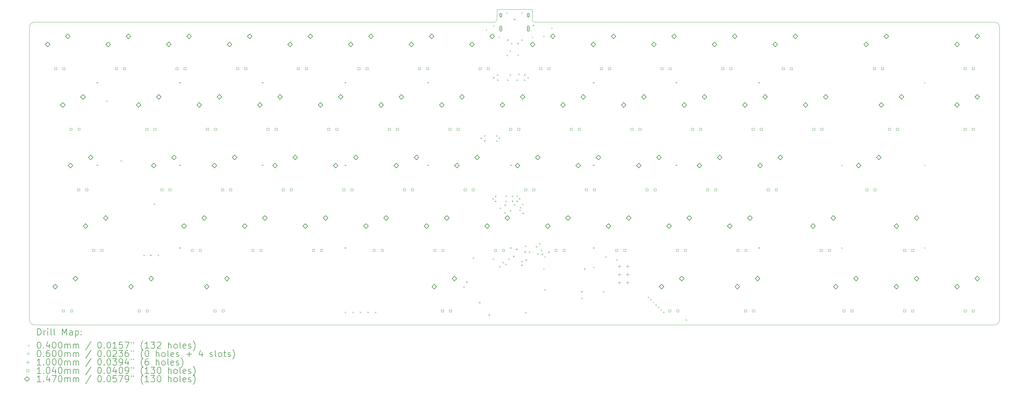
<source format=gbr>
%TF.GenerationSoftware,KiCad,Pcbnew,(6.0.10)*%
%TF.CreationDate,2023-02-18T23:00:32-08:00*%
%TF.ProjectId,KeyboardM,4b657962-6f61-4726-944d-2e6b69636164,rev?*%
%TF.SameCoordinates,Original*%
%TF.FileFunction,Drillmap*%
%TF.FilePolarity,Positive*%
%FSLAX45Y45*%
G04 Gerber Fmt 4.5, Leading zero omitted, Abs format (unit mm)*
G04 Created by KiCad (PCBNEW (6.0.10)) date 2023-02-18 23:00:32*
%MOMM*%
%LPD*%
G01*
G04 APERTURE LIST*
%ADD10C,0.100000*%
%ADD11C,0.200000*%
%ADD12C,0.040000*%
%ADD13C,0.060000*%
%ADD14C,0.104000*%
%ADD15C,0.147000*%
G04 APERTURE END LIST*
D10*
X21431250Y-4762500D02*
X35877500Y-4762500D01*
X5715000Y-4762500D02*
X20161250Y-4762500D01*
X21351870Y-4683125D02*
G75*
G03*
X21431250Y-4762500I79380J5D01*
G01*
X35877500Y-14287500D02*
G75*
G03*
X36036250Y-14128750I0J158750D01*
G01*
X21351875Y-4683125D02*
X21351875Y-4365625D01*
X36036250Y-4921250D02*
X36036250Y-14128750D01*
X36036250Y-4921250D02*
G75*
G03*
X35877500Y-4762500I-158750J0D01*
G01*
X5715000Y-4762500D02*
G75*
G03*
X5556250Y-4921250I0J-158750D01*
G01*
X5556250Y-14128750D02*
G75*
G03*
X5715000Y-14287500I158750J0D01*
G01*
X20240625Y-4683125D02*
X20240625Y-4365625D01*
X35877500Y-14287500D02*
X5715000Y-14287500D01*
X5556250Y-14128750D02*
X5556250Y-4921250D01*
X20161250Y-4762495D02*
G75*
G03*
X20240625Y-4683125I0J79375D01*
G01*
X20240625Y-4365625D02*
X21351875Y-4365625D01*
D11*
D12*
X7660000Y-6644000D02*
X7700000Y-6684000D01*
X7700000Y-6644000D02*
X7660000Y-6684000D01*
X7660000Y-9244000D02*
X7700000Y-9284000D01*
X7700000Y-9244000D02*
X7660000Y-9284000D01*
X7966780Y-7223636D02*
X8006780Y-7263636D01*
X8006780Y-7223636D02*
X7966780Y-7263636D01*
X8418432Y-9103544D02*
X8458432Y-9143544D01*
X8458432Y-9103544D02*
X8418432Y-9143544D01*
X9138721Y-12075613D02*
X9178721Y-12115613D01*
X9178721Y-12075613D02*
X9138721Y-12115613D01*
X9346250Y-12071060D02*
X9386250Y-12111060D01*
X9386250Y-12071060D02*
X9346250Y-12111060D01*
X9466120Y-10464841D02*
X9506120Y-10504841D01*
X9506120Y-10464841D02*
X9466120Y-10504841D01*
X9584375Y-12075494D02*
X9624375Y-12115494D01*
X9624375Y-12075494D02*
X9584375Y-12115494D01*
X10260000Y-6644000D02*
X10300000Y-6684000D01*
X10300000Y-6644000D02*
X10260000Y-6684000D01*
X10260000Y-9244000D02*
X10300000Y-9284000D01*
X10300000Y-9244000D02*
X10260000Y-9284000D01*
X10260000Y-11844000D02*
X10300000Y-11884000D01*
X10300000Y-11844000D02*
X10260000Y-11884000D01*
X12860000Y-6644000D02*
X12900000Y-6684000D01*
X12900000Y-6644000D02*
X12860000Y-6684000D01*
X12860000Y-9244000D02*
X12900000Y-9284000D01*
X12900000Y-9244000D02*
X12860000Y-9284000D01*
X15458125Y-13870625D02*
X15498125Y-13910625D01*
X15498125Y-13870625D02*
X15458125Y-13910625D01*
X15460000Y-6644000D02*
X15500000Y-6684000D01*
X15500000Y-6644000D02*
X15460000Y-6684000D01*
X15460000Y-9244000D02*
X15500000Y-9284000D01*
X15500000Y-9244000D02*
X15460000Y-9284000D01*
X15460000Y-11844000D02*
X15500000Y-11884000D01*
X15500000Y-11844000D02*
X15460000Y-11884000D01*
X15696250Y-13870625D02*
X15736250Y-13910625D01*
X15736250Y-13870625D02*
X15696250Y-13910625D01*
X15934375Y-13870625D02*
X15974375Y-13910625D01*
X15974375Y-13870625D02*
X15934375Y-13910625D01*
X16172500Y-13870625D02*
X16212500Y-13910625D01*
X16212500Y-13870625D02*
X16172500Y-13910625D01*
X16410625Y-13870625D02*
X16450625Y-13910625D01*
X16450625Y-13870625D02*
X16410625Y-13910625D01*
X18060000Y-6644000D02*
X18100000Y-6684000D01*
X18100000Y-6644000D02*
X18060000Y-6684000D01*
X18060000Y-9244000D02*
X18100000Y-9284000D01*
X18100000Y-9244000D02*
X18060000Y-9284000D01*
X19188750Y-13076875D02*
X19228750Y-13116875D01*
X19228750Y-13076875D02*
X19188750Y-13116875D01*
X19268125Y-12918125D02*
X19308125Y-12958125D01*
X19308125Y-12918125D02*
X19268125Y-12958125D01*
X19481811Y-12162967D02*
X19521811Y-12202967D01*
X19521811Y-12162967D02*
X19481811Y-12202967D01*
X19681650Y-13568185D02*
X19721650Y-13608185D01*
X19721650Y-13568185D02*
X19681650Y-13608185D01*
X19723219Y-8393750D02*
X19763219Y-8433750D01*
X19763219Y-8393750D02*
X19723219Y-8433750D01*
X19836996Y-8314375D02*
X19876996Y-8354375D01*
X19876996Y-8314375D02*
X19836996Y-8354375D01*
X19836996Y-8473125D02*
X19876996Y-8513125D01*
X19876996Y-8473125D02*
X19836996Y-8513125D01*
X19893600Y-4983800D02*
X19933600Y-5023800D01*
X19933600Y-4983800D02*
X19893600Y-5023800D01*
X19982500Y-13950000D02*
X20022500Y-13990000D01*
X20022500Y-13950000D02*
X19982500Y-13990000D01*
X20097563Y-10298750D02*
X20137563Y-10338750D01*
X20137563Y-10298750D02*
X20097563Y-10338750D01*
X20111419Y-12195437D02*
X20151419Y-12235437D01*
X20151419Y-12195437D02*
X20111419Y-12235437D01*
X20121614Y-6488750D02*
X20161614Y-6528750D01*
X20161614Y-6488750D02*
X20121614Y-6528750D01*
X20122200Y-4856800D02*
X20162200Y-4896800D01*
X20162200Y-4856800D02*
X20122200Y-4896800D01*
X20178529Y-10378493D02*
X20218529Y-10418493D01*
X20218529Y-10378493D02*
X20178529Y-10418493D01*
X20180985Y-10218900D02*
X20220985Y-10258900D01*
X20220985Y-10218900D02*
X20180985Y-10258900D01*
X20220625Y-8314375D02*
X20260625Y-8354375D01*
X20260625Y-8314375D02*
X20220625Y-8354375D01*
X20220625Y-8476396D02*
X20260625Y-8516396D01*
X20260625Y-8476396D02*
X20220625Y-8516396D01*
X20244462Y-6564780D02*
X20284462Y-6604780D01*
X20284462Y-6564780D02*
X20244462Y-6604780D01*
X20246917Y-6405186D02*
X20286917Y-6445186D01*
X20286917Y-6405186D02*
X20246917Y-6445186D01*
X20300000Y-5212400D02*
X20340000Y-5252400D01*
X20340000Y-5212400D02*
X20300000Y-5252400D01*
X20300000Y-8393750D02*
X20340000Y-8433750D01*
X20340000Y-8393750D02*
X20300000Y-8433750D01*
X20313421Y-12431391D02*
X20353421Y-12471391D01*
X20353421Y-12431391D02*
X20313421Y-12471391D01*
X20330235Y-10593394D02*
X20370235Y-10633394D01*
X20370235Y-10593394D02*
X20330235Y-10633394D01*
X20420213Y-12303331D02*
X20460213Y-12343331D01*
X20460213Y-12303331D02*
X20420213Y-12343331D01*
X20473255Y-10736415D02*
X20513255Y-10776415D01*
X20513255Y-10736415D02*
X20473255Y-10776415D01*
X20478896Y-10497783D02*
X20518896Y-10537783D01*
X20518896Y-10497783D02*
X20478896Y-10537783D01*
X20504673Y-10373795D02*
X20544673Y-10413795D01*
X20544673Y-10373795D02*
X20504673Y-10413795D01*
X20507128Y-10214201D02*
X20547128Y-10254201D01*
X20547128Y-10214201D02*
X20507128Y-10254201D01*
X20508136Y-12366042D02*
X20548136Y-12406042D01*
X20548136Y-12366042D02*
X20508136Y-12406042D01*
X20528600Y-4450400D02*
X20568600Y-4490400D01*
X20568600Y-4450400D02*
X20528600Y-4490400D01*
X20543645Y-5784895D02*
X20583645Y-5824895D01*
X20583645Y-5784895D02*
X20543645Y-5824895D01*
X20561086Y-5301383D02*
X20601086Y-5341383D01*
X20601086Y-5301383D02*
X20561086Y-5341383D01*
X20567332Y-6564780D02*
X20607332Y-6604780D01*
X20607332Y-6564780D02*
X20567332Y-6604780D01*
X20597072Y-12191444D02*
X20637072Y-12231444D01*
X20637072Y-12191444D02*
X20597072Y-12231444D01*
X20642879Y-5643194D02*
X20682879Y-5683194D01*
X20682879Y-5643194D02*
X20642879Y-5683194D01*
X20644673Y-6391682D02*
X20684673Y-6431682D01*
X20684673Y-6391682D02*
X20644673Y-6431682D01*
X20651993Y-10670880D02*
X20691993Y-10710880D01*
X20691993Y-10670880D02*
X20651993Y-10710880D01*
X20660000Y-9244000D02*
X20700000Y-9284000D01*
X20700000Y-9244000D02*
X20660000Y-9284000D01*
X20660000Y-11844000D02*
X20700000Y-11884000D01*
X20700000Y-11844000D02*
X20660000Y-11884000D01*
X20684285Y-5414317D02*
X20724285Y-5454317D01*
X20724285Y-5414317D02*
X20684285Y-5454317D01*
X20712962Y-10215429D02*
X20752962Y-10255429D01*
X20752962Y-10215429D02*
X20712962Y-10255429D01*
X20713781Y-10371200D02*
X20753781Y-10411200D01*
X20753781Y-10371200D02*
X20713781Y-10411200D01*
X20747964Y-12109611D02*
X20787964Y-12149611D01*
X20787964Y-12109611D02*
X20747964Y-12149611D01*
X20776250Y-4653600D02*
X20816250Y-4693600D01*
X20816250Y-4653600D02*
X20776250Y-4693600D01*
X20780073Y-10486328D02*
X20820073Y-10526328D01*
X20820073Y-10486328D02*
X20780073Y-10526328D01*
X20846325Y-11886250D02*
X20886325Y-11926250D01*
X20886325Y-11886250D02*
X20846325Y-11926250D01*
X20857055Y-6563552D02*
X20897055Y-6603552D01*
X20897055Y-6563552D02*
X20857055Y-6603552D01*
X20858233Y-10372567D02*
X20898233Y-10412567D01*
X20898233Y-10372567D02*
X20858233Y-10412567D01*
X20860688Y-10212974D02*
X20900688Y-10252974D01*
X20900688Y-10212974D02*
X20860688Y-10252974D01*
X20883225Y-5415352D02*
X20923225Y-5455352D01*
X20923225Y-5415352D02*
X20883225Y-5455352D01*
X20888135Y-5773823D02*
X20928135Y-5813823D01*
X20928135Y-5773823D02*
X20888135Y-5813823D01*
X20912912Y-6380156D02*
X20952912Y-6420156D01*
X20952912Y-6380156D02*
X20912912Y-6420156D01*
X20935000Y-10298750D02*
X20975000Y-10338750D01*
X20975000Y-10298750D02*
X20935000Y-10338750D01*
X20945396Y-10660653D02*
X20985396Y-10700653D01*
X20985396Y-10660653D02*
X20945396Y-10700653D01*
X20961379Y-10575106D02*
X21001379Y-10615106D01*
X21001379Y-10575106D02*
X20961379Y-10615106D01*
X21007295Y-12385870D02*
X21047295Y-12425870D01*
X21047295Y-12385870D02*
X21007295Y-12425870D01*
X21009174Y-12272198D02*
X21049174Y-12312198D01*
X21049174Y-12272198D02*
X21009174Y-12312198D01*
X21009175Y-5299746D02*
X21049175Y-5339746D01*
X21049175Y-5299746D02*
X21009175Y-5339746D01*
X21011200Y-4450400D02*
X21051200Y-4490400D01*
X21051200Y-4450400D02*
X21011200Y-4490400D01*
X21036584Y-10470259D02*
X21076584Y-10510259D01*
X21076584Y-10470259D02*
X21036584Y-10510259D01*
X21044244Y-10754693D02*
X21084244Y-10794693D01*
X21084244Y-10754693D02*
X21044244Y-10794693D01*
X21093989Y-6562324D02*
X21133989Y-6602324D01*
X21133989Y-6562324D02*
X21093989Y-6602324D01*
X21096445Y-6402731D02*
X21136445Y-6442731D01*
X21136445Y-6402731D02*
X21096445Y-6442731D01*
X21110582Y-11969796D02*
X21150582Y-12009796D01*
X21150582Y-11969796D02*
X21110582Y-12009796D01*
X21118766Y-11788651D02*
X21158766Y-11828651D01*
X21158766Y-11788651D02*
X21118766Y-11828651D01*
X21136025Y-13881225D02*
X21176025Y-13921225D01*
X21176025Y-13881225D02*
X21136025Y-13921225D01*
X21139582Y-12224458D02*
X21179582Y-12264458D01*
X21179582Y-12224458D02*
X21139582Y-12264458D01*
X21200710Y-6488750D02*
X21240710Y-6528750D01*
X21240710Y-6488750D02*
X21200710Y-6528750D01*
X21242621Y-11975798D02*
X21282621Y-12015798D01*
X21282621Y-11975798D02*
X21242621Y-12015798D01*
X21341400Y-5212400D02*
X21381400Y-5252400D01*
X21381400Y-5212400D02*
X21341400Y-5252400D01*
X21370981Y-4841854D02*
X21410981Y-4881854D01*
X21410981Y-4841854D02*
X21370981Y-4881854D01*
X21464074Y-11804610D02*
X21504074Y-11844610D01*
X21504074Y-11804610D02*
X21464074Y-11844610D01*
X21517004Y-12033825D02*
X21557004Y-12073825D01*
X21557004Y-12033825D02*
X21517004Y-12073825D01*
X21563142Y-11709838D02*
X21603142Y-11749838D01*
X21603142Y-11709838D02*
X21563142Y-11749838D01*
X21626639Y-11916847D02*
X21666639Y-11956847D01*
X21666639Y-11916847D02*
X21626639Y-11956847D01*
X21649375Y-12045000D02*
X21689375Y-12085000D01*
X21689375Y-12045000D02*
X21649375Y-12085000D01*
X21696700Y-12503697D02*
X21736700Y-12543697D01*
X21736700Y-12503697D02*
X21696700Y-12543697D01*
X21697000Y-5187000D02*
X21737000Y-5227000D01*
X21737000Y-5187000D02*
X21697000Y-5227000D01*
X21728171Y-13156529D02*
X21768171Y-13196529D01*
X21768171Y-13156529D02*
X21728171Y-13196529D01*
X21729719Y-12123359D02*
X21769719Y-12163359D01*
X21769719Y-12123359D02*
X21729719Y-12163359D01*
X21850311Y-11978459D02*
X21890311Y-12018459D01*
X21890311Y-11978459D02*
X21850311Y-12018459D01*
X21951000Y-4933000D02*
X21991000Y-4973000D01*
X21991000Y-4933000D02*
X21951000Y-4973000D01*
X22891297Y-13221067D02*
X22931297Y-13261067D01*
X22931297Y-13221067D02*
X22891297Y-13261067D01*
X22894165Y-13431893D02*
X22934165Y-13471893D01*
X22934165Y-13431893D02*
X22894165Y-13471893D01*
X22975789Y-12509063D02*
X23015789Y-12549063D01*
X23015789Y-12509063D02*
X22975789Y-12549063D01*
X23260000Y-6644000D02*
X23300000Y-6684000D01*
X23300000Y-6644000D02*
X23260000Y-6684000D01*
X23260000Y-9244000D02*
X23300000Y-9284000D01*
X23300000Y-9244000D02*
X23260000Y-9284000D01*
X23260000Y-11844000D02*
X23300000Y-11884000D01*
X23300000Y-11844000D02*
X23260000Y-11884000D01*
X23263297Y-12452274D02*
X23303297Y-12492274D01*
X23303297Y-12452274D02*
X23263297Y-12492274D01*
X23574296Y-13220243D02*
X23614296Y-13260243D01*
X23614296Y-13220243D02*
X23574296Y-13260243D01*
X23648059Y-12124242D02*
X23688059Y-12164242D01*
X23688059Y-12124242D02*
X23648059Y-12164242D01*
X23996524Y-12218412D02*
X24036524Y-12258412D01*
X24036524Y-12218412D02*
X23996524Y-12258412D01*
X24983125Y-13394375D02*
X25023125Y-13434375D01*
X25023125Y-13394375D02*
X24983125Y-13434375D01*
X25062500Y-13473750D02*
X25102500Y-13513750D01*
X25102500Y-13473750D02*
X25062500Y-13513750D01*
X25141875Y-13553125D02*
X25181875Y-13593125D01*
X25181875Y-13553125D02*
X25141875Y-13593125D01*
X25221250Y-13632500D02*
X25261250Y-13672500D01*
X25261250Y-13632500D02*
X25221250Y-13672500D01*
X25300625Y-13711875D02*
X25340625Y-13751875D01*
X25340625Y-13711875D02*
X25300625Y-13751875D01*
X25380000Y-13791250D02*
X25420000Y-13831250D01*
X25420000Y-13791250D02*
X25380000Y-13831250D01*
X25459375Y-13870625D02*
X25499375Y-13910625D01*
X25499375Y-13870625D02*
X25459375Y-13910625D01*
X25860000Y-6644000D02*
X25900000Y-6684000D01*
X25900000Y-6644000D02*
X25860000Y-6684000D01*
X25860000Y-9244000D02*
X25900000Y-9284000D01*
X25900000Y-9244000D02*
X25860000Y-9284000D01*
X26173750Y-14108750D02*
X26213750Y-14148750D01*
X26213750Y-14108750D02*
X26173750Y-14148750D01*
X28460000Y-6644000D02*
X28500000Y-6684000D01*
X28500000Y-6644000D02*
X28460000Y-6684000D01*
X28460000Y-11844000D02*
X28500000Y-11884000D01*
X28500000Y-11844000D02*
X28460000Y-11884000D01*
X31060000Y-9244000D02*
X31100000Y-9284000D01*
X31100000Y-9244000D02*
X31060000Y-9284000D01*
X31060000Y-11844000D02*
X31100000Y-11884000D01*
X31100000Y-11844000D02*
X31060000Y-11884000D01*
X33660000Y-6644000D02*
X33700000Y-6684000D01*
X33700000Y-6644000D02*
X33660000Y-6684000D01*
X33660000Y-9244000D02*
X33700000Y-9284000D01*
X33700000Y-9244000D02*
X33660000Y-9284000D01*
X33660000Y-11844000D02*
X33700000Y-11884000D01*
X33700000Y-11844000D02*
X33660000Y-11884000D01*
D13*
X20394250Y-4546250D02*
G75*
G03*
X20394250Y-4546250I-30000J0D01*
G01*
D11*
X20334250Y-4516250D02*
X20334250Y-4576250D01*
X20394250Y-4516250D02*
X20394250Y-4576250D01*
X20334250Y-4576250D02*
G75*
G03*
X20394250Y-4576250I30000J0D01*
G01*
X20394250Y-4516250D02*
G75*
G03*
X20334250Y-4516250I-30000J0D01*
G01*
D13*
X20394250Y-4964250D02*
G75*
G03*
X20394250Y-4964250I-30000J0D01*
G01*
D11*
X20334250Y-4909250D02*
X20334250Y-5019250D01*
X20394250Y-4909250D02*
X20394250Y-5019250D01*
X20334250Y-5019250D02*
G75*
G03*
X20394250Y-5019250I30000J0D01*
G01*
X20394250Y-4909250D02*
G75*
G03*
X20334250Y-4909250I-30000J0D01*
G01*
D13*
X21258250Y-4546250D02*
G75*
G03*
X21258250Y-4546250I-30000J0D01*
G01*
D11*
X21198250Y-4516250D02*
X21198250Y-4576250D01*
X21258250Y-4516250D02*
X21258250Y-4576250D01*
X21198250Y-4576250D02*
G75*
G03*
X21258250Y-4576250I30000J0D01*
G01*
X21258250Y-4516250D02*
G75*
G03*
X21198250Y-4516250I-30000J0D01*
G01*
D13*
X21258250Y-4964250D02*
G75*
G03*
X21258250Y-4964250I-30000J0D01*
G01*
D11*
X21198250Y-4909250D02*
X21198250Y-5019250D01*
X21258250Y-4909250D02*
X21258250Y-5019250D01*
X21198250Y-5019250D02*
G75*
G03*
X21258250Y-5019250I30000J0D01*
G01*
X21258250Y-4909250D02*
G75*
G03*
X21198250Y-4909250I-30000J0D01*
G01*
D10*
X24095312Y-12396325D02*
X24095312Y-12496325D01*
X24045312Y-12446325D02*
X24145312Y-12446325D01*
X24095312Y-12650325D02*
X24095312Y-12750325D01*
X24045312Y-12700325D02*
X24145312Y-12700325D01*
X24095312Y-12904325D02*
X24095312Y-13004325D01*
X24045312Y-12954325D02*
X24145312Y-12954325D01*
X24349312Y-12396325D02*
X24349312Y-12496325D01*
X24299312Y-12446325D02*
X24399312Y-12446325D01*
X24349312Y-12650325D02*
X24349312Y-12750325D01*
X24299312Y-12700325D02*
X24399312Y-12700325D01*
X24349312Y-12904325D02*
X24349312Y-13004325D01*
X24299312Y-12954325D02*
X24399312Y-12954325D01*
D14*
X6418520Y-6259770D02*
X6418520Y-6186230D01*
X6344980Y-6186230D01*
X6344980Y-6259770D01*
X6418520Y-6259770D01*
X6656645Y-13879770D02*
X6656645Y-13806230D01*
X6583105Y-13806230D01*
X6583105Y-13879770D01*
X6656645Y-13879770D01*
X6672520Y-6259770D02*
X6672520Y-6186230D01*
X6598980Y-6186230D01*
X6598980Y-6259770D01*
X6672520Y-6259770D01*
X6894770Y-8164770D02*
X6894770Y-8091230D01*
X6821230Y-8091230D01*
X6821230Y-8164770D01*
X6894770Y-8164770D01*
X6910645Y-13879770D02*
X6910645Y-13806230D01*
X6837105Y-13806230D01*
X6837105Y-13879770D01*
X6910645Y-13879770D01*
X7132895Y-10069770D02*
X7132895Y-9996230D01*
X7059355Y-9996230D01*
X7059355Y-10069770D01*
X7132895Y-10069770D01*
X7148770Y-8164770D02*
X7148770Y-8091230D01*
X7075230Y-8091230D01*
X7075230Y-8164770D01*
X7148770Y-8164770D01*
X7386895Y-10069770D02*
X7386895Y-9996230D01*
X7313355Y-9996230D01*
X7313355Y-10069770D01*
X7386895Y-10069770D01*
X7609145Y-11974770D02*
X7609145Y-11901230D01*
X7535605Y-11901230D01*
X7535605Y-11974770D01*
X7609145Y-11974770D01*
X7863145Y-11974770D02*
X7863145Y-11901230D01*
X7789605Y-11901230D01*
X7789605Y-11974770D01*
X7863145Y-11974770D01*
X8323520Y-6259770D02*
X8323520Y-6186230D01*
X8249980Y-6186230D01*
X8249980Y-6259770D01*
X8323520Y-6259770D01*
X8577520Y-6259770D02*
X8577520Y-6186230D01*
X8503980Y-6186230D01*
X8503980Y-6259770D01*
X8577520Y-6259770D01*
X9037895Y-13879770D02*
X9037895Y-13806230D01*
X8964355Y-13806230D01*
X8964355Y-13879770D01*
X9037895Y-13879770D01*
X9276020Y-8164770D02*
X9276020Y-8091230D01*
X9202480Y-8091230D01*
X9202480Y-8164770D01*
X9276020Y-8164770D01*
X9291895Y-13879770D02*
X9291895Y-13806230D01*
X9218355Y-13806230D01*
X9218355Y-13879770D01*
X9291895Y-13879770D01*
X9530020Y-8164770D02*
X9530020Y-8091230D01*
X9456480Y-8091230D01*
X9456480Y-8164770D01*
X9530020Y-8164770D01*
X9752270Y-10069770D02*
X9752270Y-9996230D01*
X9678730Y-9996230D01*
X9678730Y-10069770D01*
X9752270Y-10069770D01*
X10006270Y-10069770D02*
X10006270Y-9996230D01*
X9932730Y-9996230D01*
X9932730Y-10069770D01*
X10006270Y-10069770D01*
X10228520Y-6259770D02*
X10228520Y-6186230D01*
X10154980Y-6186230D01*
X10154980Y-6259770D01*
X10228520Y-6259770D01*
X10482520Y-6259770D02*
X10482520Y-6186230D01*
X10408980Y-6186230D01*
X10408980Y-6259770D01*
X10482520Y-6259770D01*
X10704770Y-11974770D02*
X10704770Y-11901230D01*
X10631230Y-11901230D01*
X10631230Y-11974770D01*
X10704770Y-11974770D01*
X10958770Y-11974770D02*
X10958770Y-11901230D01*
X10885230Y-11901230D01*
X10885230Y-11974770D01*
X10958770Y-11974770D01*
X11181020Y-8164770D02*
X11181020Y-8091230D01*
X11107480Y-8091230D01*
X11107480Y-8164770D01*
X11181020Y-8164770D01*
X11419145Y-13879770D02*
X11419145Y-13806230D01*
X11345605Y-13806230D01*
X11345605Y-13879770D01*
X11419145Y-13879770D01*
X11435020Y-8164770D02*
X11435020Y-8091230D01*
X11361480Y-8091230D01*
X11361480Y-8164770D01*
X11435020Y-8164770D01*
X11657270Y-10069770D02*
X11657270Y-9996230D01*
X11583730Y-9996230D01*
X11583730Y-10069770D01*
X11657270Y-10069770D01*
X11673145Y-13879770D02*
X11673145Y-13806230D01*
X11599605Y-13806230D01*
X11599605Y-13879770D01*
X11673145Y-13879770D01*
X11911270Y-10069770D02*
X11911270Y-9996230D01*
X11837730Y-9996230D01*
X11837730Y-10069770D01*
X11911270Y-10069770D01*
X12133520Y-6259770D02*
X12133520Y-6186230D01*
X12059980Y-6186230D01*
X12059980Y-6259770D01*
X12133520Y-6259770D01*
X12387520Y-6259770D02*
X12387520Y-6186230D01*
X12313980Y-6186230D01*
X12313980Y-6259770D01*
X12387520Y-6259770D01*
X12609770Y-11974770D02*
X12609770Y-11901230D01*
X12536230Y-11901230D01*
X12536230Y-11974770D01*
X12609770Y-11974770D01*
X12863770Y-11974770D02*
X12863770Y-11901230D01*
X12790230Y-11901230D01*
X12790230Y-11974770D01*
X12863770Y-11974770D01*
X13086020Y-8164770D02*
X13086020Y-8091230D01*
X13012480Y-8091230D01*
X13012480Y-8164770D01*
X13086020Y-8164770D01*
X13340020Y-8164770D02*
X13340020Y-8091230D01*
X13266480Y-8091230D01*
X13266480Y-8164770D01*
X13340020Y-8164770D01*
X13562270Y-10069770D02*
X13562270Y-9996230D01*
X13488730Y-9996230D01*
X13488730Y-10069770D01*
X13562270Y-10069770D01*
X13816270Y-10069770D02*
X13816270Y-9996230D01*
X13742730Y-9996230D01*
X13742730Y-10069770D01*
X13816270Y-10069770D01*
X14038520Y-6259770D02*
X14038520Y-6186230D01*
X13964980Y-6186230D01*
X13964980Y-6259770D01*
X14038520Y-6259770D01*
X14292520Y-6259770D02*
X14292520Y-6186230D01*
X14218980Y-6186230D01*
X14218980Y-6259770D01*
X14292520Y-6259770D01*
X14514770Y-11974770D02*
X14514770Y-11901230D01*
X14441230Y-11901230D01*
X14441230Y-11974770D01*
X14514770Y-11974770D01*
X14768770Y-11974770D02*
X14768770Y-11901230D01*
X14695230Y-11901230D01*
X14695230Y-11974770D01*
X14768770Y-11974770D01*
X14991020Y-8164770D02*
X14991020Y-8091230D01*
X14917480Y-8091230D01*
X14917480Y-8164770D01*
X14991020Y-8164770D01*
X15245020Y-8164770D02*
X15245020Y-8091230D01*
X15171480Y-8091230D01*
X15171480Y-8164770D01*
X15245020Y-8164770D01*
X15467270Y-10069770D02*
X15467270Y-9996230D01*
X15393730Y-9996230D01*
X15393730Y-10069770D01*
X15467270Y-10069770D01*
X15721270Y-10069770D02*
X15721270Y-9996230D01*
X15647730Y-9996230D01*
X15647730Y-10069770D01*
X15721270Y-10069770D01*
X15943520Y-6259770D02*
X15943520Y-6186230D01*
X15869980Y-6186230D01*
X15869980Y-6259770D01*
X15943520Y-6259770D01*
X16197520Y-6259770D02*
X16197520Y-6186230D01*
X16123980Y-6186230D01*
X16123980Y-6259770D01*
X16197520Y-6259770D01*
X16419770Y-11974770D02*
X16419770Y-11901230D01*
X16346230Y-11901230D01*
X16346230Y-11974770D01*
X16419770Y-11974770D01*
X16673770Y-11974770D02*
X16673770Y-11901230D01*
X16600230Y-11901230D01*
X16600230Y-11974770D01*
X16673770Y-11974770D01*
X16896020Y-8164770D02*
X16896020Y-8091230D01*
X16822480Y-8091230D01*
X16822480Y-8164770D01*
X16896020Y-8164770D01*
X17150020Y-8164770D02*
X17150020Y-8091230D01*
X17076480Y-8091230D01*
X17076480Y-8164770D01*
X17150020Y-8164770D01*
X17372270Y-10069770D02*
X17372270Y-9996230D01*
X17298730Y-9996230D01*
X17298730Y-10069770D01*
X17372270Y-10069770D01*
X17626270Y-10069770D02*
X17626270Y-9996230D01*
X17552730Y-9996230D01*
X17552730Y-10069770D01*
X17626270Y-10069770D01*
X17848520Y-6259770D02*
X17848520Y-6186230D01*
X17774980Y-6186230D01*
X17774980Y-6259770D01*
X17848520Y-6259770D01*
X18102520Y-6259770D02*
X18102520Y-6186230D01*
X18028980Y-6186230D01*
X18028980Y-6259770D01*
X18102520Y-6259770D01*
X18324770Y-11974770D02*
X18324770Y-11901230D01*
X18251230Y-11901230D01*
X18251230Y-11974770D01*
X18324770Y-11974770D01*
X18562895Y-13879770D02*
X18562895Y-13806230D01*
X18489355Y-13806230D01*
X18489355Y-13879770D01*
X18562895Y-13879770D01*
X18578770Y-11974770D02*
X18578770Y-11901230D01*
X18505230Y-11901230D01*
X18505230Y-11974770D01*
X18578770Y-11974770D01*
X18801020Y-8164770D02*
X18801020Y-8091230D01*
X18727480Y-8091230D01*
X18727480Y-8164770D01*
X18801020Y-8164770D01*
X18816895Y-13879770D02*
X18816895Y-13806230D01*
X18743355Y-13806230D01*
X18743355Y-13879770D01*
X18816895Y-13879770D01*
X19055020Y-8164770D02*
X19055020Y-8091230D01*
X18981480Y-8091230D01*
X18981480Y-8164770D01*
X19055020Y-8164770D01*
X19277270Y-10069770D02*
X19277270Y-9996230D01*
X19203730Y-9996230D01*
X19203730Y-10069770D01*
X19277270Y-10069770D01*
X19531270Y-10069770D02*
X19531270Y-9996230D01*
X19457730Y-9996230D01*
X19457730Y-10069770D01*
X19531270Y-10069770D01*
X19753520Y-6259770D02*
X19753520Y-6186230D01*
X19679980Y-6186230D01*
X19679980Y-6259770D01*
X19753520Y-6259770D01*
X20007520Y-6259770D02*
X20007520Y-6186230D01*
X19933980Y-6186230D01*
X19933980Y-6259770D01*
X20007520Y-6259770D01*
X20229770Y-11974770D02*
X20229770Y-11901230D01*
X20156230Y-11901230D01*
X20156230Y-11974770D01*
X20229770Y-11974770D01*
X20483770Y-11974770D02*
X20483770Y-11901230D01*
X20410230Y-11901230D01*
X20410230Y-11974770D01*
X20483770Y-11974770D01*
X20706020Y-8164770D02*
X20706020Y-8091230D01*
X20632480Y-8091230D01*
X20632480Y-8164770D01*
X20706020Y-8164770D01*
X20960020Y-8164770D02*
X20960020Y-8091230D01*
X20886480Y-8091230D01*
X20886480Y-8164770D01*
X20960020Y-8164770D01*
X21182270Y-10069770D02*
X21182270Y-9996230D01*
X21108730Y-9996230D01*
X21108730Y-10069770D01*
X21182270Y-10069770D01*
X21436270Y-10069770D02*
X21436270Y-9996230D01*
X21362730Y-9996230D01*
X21362730Y-10069770D01*
X21436270Y-10069770D01*
X21658520Y-6259770D02*
X21658520Y-6186230D01*
X21584980Y-6186230D01*
X21584980Y-6259770D01*
X21658520Y-6259770D01*
X21912520Y-6259770D02*
X21912520Y-6186230D01*
X21838980Y-6186230D01*
X21838980Y-6259770D01*
X21912520Y-6259770D01*
X22134770Y-11974770D02*
X22134770Y-11901230D01*
X22061230Y-11901230D01*
X22061230Y-11974770D01*
X22134770Y-11974770D01*
X22388770Y-11974770D02*
X22388770Y-11901230D01*
X22315230Y-11901230D01*
X22315230Y-11974770D01*
X22388770Y-11974770D01*
X22611020Y-8164770D02*
X22611020Y-8091230D01*
X22537480Y-8091230D01*
X22537480Y-8164770D01*
X22611020Y-8164770D01*
X22865020Y-8164770D02*
X22865020Y-8091230D01*
X22791480Y-8091230D01*
X22791480Y-8164770D01*
X22865020Y-8164770D01*
X23087270Y-10069770D02*
X23087270Y-9996230D01*
X23013730Y-9996230D01*
X23013730Y-10069770D01*
X23087270Y-10069770D01*
X23341270Y-10069770D02*
X23341270Y-9996230D01*
X23267730Y-9996230D01*
X23267730Y-10069770D01*
X23341270Y-10069770D01*
X23563520Y-6259770D02*
X23563520Y-6186230D01*
X23489980Y-6186230D01*
X23489980Y-6259770D01*
X23563520Y-6259770D01*
X23817520Y-6259770D02*
X23817520Y-6186230D01*
X23743980Y-6186230D01*
X23743980Y-6259770D01*
X23817520Y-6259770D01*
X24039770Y-11974770D02*
X24039770Y-11901230D01*
X23966230Y-11901230D01*
X23966230Y-11974770D01*
X24039770Y-11974770D01*
X24293770Y-11974770D02*
X24293770Y-11901230D01*
X24220230Y-11901230D01*
X24220230Y-11974770D01*
X24293770Y-11974770D01*
X24516020Y-8164770D02*
X24516020Y-8091230D01*
X24442480Y-8091230D01*
X24442480Y-8164770D01*
X24516020Y-8164770D01*
X24770020Y-8164770D02*
X24770020Y-8091230D01*
X24696480Y-8091230D01*
X24696480Y-8164770D01*
X24770020Y-8164770D01*
X24992270Y-10069770D02*
X24992270Y-9996230D01*
X24918730Y-9996230D01*
X24918730Y-10069770D01*
X24992270Y-10069770D01*
X25246270Y-10069770D02*
X25246270Y-9996230D01*
X25172730Y-9996230D01*
X25172730Y-10069770D01*
X25246270Y-10069770D01*
X25468520Y-6259770D02*
X25468520Y-6186230D01*
X25394980Y-6186230D01*
X25394980Y-6259770D01*
X25468520Y-6259770D01*
X25706645Y-13879770D02*
X25706645Y-13806230D01*
X25633105Y-13806230D01*
X25633105Y-13879770D01*
X25706645Y-13879770D01*
X25722520Y-6259770D02*
X25722520Y-6186230D01*
X25648980Y-6186230D01*
X25648980Y-6259770D01*
X25722520Y-6259770D01*
X25944770Y-11974770D02*
X25944770Y-11901230D01*
X25871230Y-11901230D01*
X25871230Y-11974770D01*
X25944770Y-11974770D01*
X25960645Y-13879770D02*
X25960645Y-13806230D01*
X25887105Y-13806230D01*
X25887105Y-13879770D01*
X25960645Y-13879770D01*
X26198770Y-11974770D02*
X26198770Y-11901230D01*
X26125230Y-11901230D01*
X26125230Y-11974770D01*
X26198770Y-11974770D01*
X26421020Y-8164770D02*
X26421020Y-8091230D01*
X26347480Y-8091230D01*
X26347480Y-8164770D01*
X26421020Y-8164770D01*
X26675020Y-8164770D02*
X26675020Y-8091230D01*
X26601480Y-8091230D01*
X26601480Y-8164770D01*
X26675020Y-8164770D01*
X26897270Y-10069770D02*
X26897270Y-9996230D01*
X26823730Y-9996230D01*
X26823730Y-10069770D01*
X26897270Y-10069770D01*
X27151270Y-10069770D02*
X27151270Y-9996230D01*
X27077730Y-9996230D01*
X27077730Y-10069770D01*
X27151270Y-10069770D01*
X27373520Y-6259770D02*
X27373520Y-6186230D01*
X27299980Y-6186230D01*
X27299980Y-6259770D01*
X27373520Y-6259770D01*
X27627520Y-6259770D02*
X27627520Y-6186230D01*
X27553980Y-6186230D01*
X27553980Y-6259770D01*
X27627520Y-6259770D01*
X27849770Y-11974770D02*
X27849770Y-11901230D01*
X27776230Y-11901230D01*
X27776230Y-11974770D01*
X27849770Y-11974770D01*
X28087895Y-13879770D02*
X28087895Y-13806230D01*
X28014355Y-13806230D01*
X28014355Y-13879770D01*
X28087895Y-13879770D01*
X28103770Y-11974770D02*
X28103770Y-11901230D01*
X28030230Y-11901230D01*
X28030230Y-11974770D01*
X28103770Y-11974770D01*
X28326020Y-8164770D02*
X28326020Y-8091230D01*
X28252480Y-8091230D01*
X28252480Y-8164770D01*
X28326020Y-8164770D01*
X28341895Y-13879770D02*
X28341895Y-13806230D01*
X28268355Y-13806230D01*
X28268355Y-13879770D01*
X28341895Y-13879770D01*
X28580020Y-8164770D02*
X28580020Y-8091230D01*
X28506480Y-8091230D01*
X28506480Y-8164770D01*
X28580020Y-8164770D01*
X28802270Y-10069770D02*
X28802270Y-9996230D01*
X28728730Y-9996230D01*
X28728730Y-10069770D01*
X28802270Y-10069770D01*
X29056270Y-10069770D02*
X29056270Y-9996230D01*
X28982730Y-9996230D01*
X28982730Y-10069770D01*
X29056270Y-10069770D01*
X29278520Y-6259770D02*
X29278520Y-6186230D01*
X29204980Y-6186230D01*
X29204980Y-6259770D01*
X29278520Y-6259770D01*
X29532520Y-6259770D02*
X29532520Y-6186230D01*
X29458980Y-6186230D01*
X29458980Y-6259770D01*
X29532520Y-6259770D01*
X30231020Y-8164770D02*
X30231020Y-8091230D01*
X30157480Y-8091230D01*
X30157480Y-8164770D01*
X30231020Y-8164770D01*
X30469145Y-11974770D02*
X30469145Y-11901230D01*
X30395605Y-11901230D01*
X30395605Y-11974770D01*
X30469145Y-11974770D01*
X30485020Y-8164770D02*
X30485020Y-8091230D01*
X30411480Y-8091230D01*
X30411480Y-8164770D01*
X30485020Y-8164770D01*
X30723145Y-11974770D02*
X30723145Y-11901230D01*
X30649605Y-11901230D01*
X30649605Y-11974770D01*
X30723145Y-11974770D01*
X31183520Y-13879770D02*
X31183520Y-13806230D01*
X31109980Y-13806230D01*
X31109980Y-13879770D01*
X31183520Y-13879770D01*
X31437520Y-13879770D02*
X31437520Y-13806230D01*
X31363980Y-13806230D01*
X31363980Y-13879770D01*
X31437520Y-13879770D01*
X31897895Y-10069770D02*
X31897895Y-9996230D01*
X31824355Y-9996230D01*
X31824355Y-10069770D01*
X31897895Y-10069770D01*
X32136020Y-6259770D02*
X32136020Y-6186230D01*
X32062480Y-6186230D01*
X32062480Y-6259770D01*
X32136020Y-6259770D01*
X32151895Y-10069770D02*
X32151895Y-9996230D01*
X32078355Y-9996230D01*
X32078355Y-10069770D01*
X32151895Y-10069770D01*
X32390020Y-6259770D02*
X32390020Y-6186230D01*
X32316480Y-6186230D01*
X32316480Y-6259770D01*
X32390020Y-6259770D01*
X32612270Y-8164770D02*
X32612270Y-8091230D01*
X32538730Y-8091230D01*
X32538730Y-8164770D01*
X32612270Y-8164770D01*
X32866270Y-8164770D02*
X32866270Y-8091230D01*
X32792730Y-8091230D01*
X32792730Y-8164770D01*
X32866270Y-8164770D01*
X33088520Y-11974770D02*
X33088520Y-11901230D01*
X33014980Y-11901230D01*
X33014980Y-11974770D01*
X33088520Y-11974770D01*
X33088520Y-13879770D02*
X33088520Y-13806230D01*
X33014980Y-13806230D01*
X33014980Y-13879770D01*
X33088520Y-13879770D01*
X33342520Y-11974770D02*
X33342520Y-11901230D01*
X33268980Y-11901230D01*
X33268980Y-11974770D01*
X33342520Y-11974770D01*
X33342520Y-13879770D02*
X33342520Y-13806230D01*
X33268980Y-13806230D01*
X33268980Y-13879770D01*
X33342520Y-13879770D01*
X34993520Y-6259770D02*
X34993520Y-6186230D01*
X34919980Y-6186230D01*
X34919980Y-6259770D01*
X34993520Y-6259770D01*
X34993520Y-8164770D02*
X34993520Y-8091230D01*
X34919980Y-8091230D01*
X34919980Y-8164770D01*
X34993520Y-8164770D01*
X34993520Y-13879770D02*
X34993520Y-13806230D01*
X34919980Y-13806230D01*
X34919980Y-13879770D01*
X34993520Y-13879770D01*
X35247520Y-6259770D02*
X35247520Y-6186230D01*
X35173980Y-6186230D01*
X35173980Y-6259770D01*
X35247520Y-6259770D01*
X35247520Y-8164770D02*
X35247520Y-8091230D01*
X35173980Y-8091230D01*
X35173980Y-8164770D01*
X35247520Y-8164770D01*
X35247520Y-13879770D02*
X35247520Y-13806230D01*
X35173980Y-13806230D01*
X35173980Y-13879770D01*
X35247520Y-13879770D01*
D15*
X6127750Y-5534500D02*
X6201250Y-5461000D01*
X6127750Y-5387500D01*
X6054250Y-5461000D01*
X6127750Y-5534500D01*
X6365875Y-13154500D02*
X6439375Y-13081000D01*
X6365875Y-13007500D01*
X6292375Y-13081000D01*
X6365875Y-13154500D01*
X6604000Y-7439500D02*
X6677500Y-7366000D01*
X6604000Y-7292500D01*
X6530500Y-7366000D01*
X6604000Y-7439500D01*
X6762750Y-5280500D02*
X6836250Y-5207000D01*
X6762750Y-5133500D01*
X6689250Y-5207000D01*
X6762750Y-5280500D01*
X6842125Y-9344500D02*
X6915625Y-9271000D01*
X6842125Y-9197500D01*
X6768625Y-9271000D01*
X6842125Y-9344500D01*
X7000875Y-12900500D02*
X7074375Y-12827000D01*
X7000875Y-12753500D01*
X6927375Y-12827000D01*
X7000875Y-12900500D01*
X7239000Y-7185500D02*
X7312500Y-7112000D01*
X7239000Y-7038500D01*
X7165500Y-7112000D01*
X7239000Y-7185500D01*
X7318375Y-11249500D02*
X7391875Y-11176000D01*
X7318375Y-11102500D01*
X7244875Y-11176000D01*
X7318375Y-11249500D01*
X7477125Y-9090500D02*
X7550625Y-9017000D01*
X7477125Y-8943500D01*
X7403625Y-9017000D01*
X7477125Y-9090500D01*
X7953375Y-10995500D02*
X8026875Y-10922000D01*
X7953375Y-10848500D01*
X7879875Y-10922000D01*
X7953375Y-10995500D01*
X8032750Y-5534500D02*
X8106250Y-5461000D01*
X8032750Y-5387500D01*
X7959250Y-5461000D01*
X8032750Y-5534500D01*
X8667750Y-5280500D02*
X8741250Y-5207000D01*
X8667750Y-5133500D01*
X8594250Y-5207000D01*
X8667750Y-5280500D01*
X8747125Y-13154500D02*
X8820625Y-13081000D01*
X8747125Y-13007500D01*
X8673625Y-13081000D01*
X8747125Y-13154500D01*
X8985250Y-7439500D02*
X9058750Y-7366000D01*
X8985250Y-7292500D01*
X8911750Y-7366000D01*
X8985250Y-7439500D01*
X9382125Y-12900500D02*
X9455625Y-12827000D01*
X9382125Y-12753500D01*
X9308625Y-12827000D01*
X9382125Y-12900500D01*
X9461500Y-9344500D02*
X9535000Y-9271000D01*
X9461500Y-9197500D01*
X9388000Y-9271000D01*
X9461500Y-9344500D01*
X9620250Y-7185500D02*
X9693750Y-7112000D01*
X9620250Y-7038500D01*
X9546750Y-7112000D01*
X9620250Y-7185500D01*
X9937750Y-5534500D02*
X10011250Y-5461000D01*
X9937750Y-5387500D01*
X9864250Y-5461000D01*
X9937750Y-5534500D01*
X10096500Y-9090500D02*
X10170000Y-9017000D01*
X10096500Y-8943500D01*
X10023000Y-9017000D01*
X10096500Y-9090500D01*
X10414000Y-11249500D02*
X10487500Y-11176000D01*
X10414000Y-11102500D01*
X10340500Y-11176000D01*
X10414000Y-11249500D01*
X10572750Y-5280500D02*
X10646250Y-5207000D01*
X10572750Y-5133500D01*
X10499250Y-5207000D01*
X10572750Y-5280500D01*
X10890250Y-7439500D02*
X10963750Y-7366000D01*
X10890250Y-7292500D01*
X10816750Y-7366000D01*
X10890250Y-7439500D01*
X11049000Y-10995500D02*
X11122500Y-10922000D01*
X11049000Y-10848500D01*
X10975500Y-10922000D01*
X11049000Y-10995500D01*
X11128375Y-13154500D02*
X11201875Y-13081000D01*
X11128375Y-13007500D01*
X11054875Y-13081000D01*
X11128375Y-13154500D01*
X11366500Y-9344500D02*
X11440000Y-9271000D01*
X11366500Y-9197500D01*
X11293000Y-9271000D01*
X11366500Y-9344500D01*
X11525250Y-7185500D02*
X11598750Y-7112000D01*
X11525250Y-7038500D01*
X11451750Y-7112000D01*
X11525250Y-7185500D01*
X11763375Y-12900500D02*
X11836875Y-12827000D01*
X11763375Y-12753500D01*
X11689875Y-12827000D01*
X11763375Y-12900500D01*
X11842750Y-5534500D02*
X11916250Y-5461000D01*
X11842750Y-5387500D01*
X11769250Y-5461000D01*
X11842750Y-5534500D01*
X12001500Y-9090500D02*
X12075000Y-9017000D01*
X12001500Y-8943500D01*
X11928000Y-9017000D01*
X12001500Y-9090500D01*
X12319000Y-11249500D02*
X12392500Y-11176000D01*
X12319000Y-11102500D01*
X12245500Y-11176000D01*
X12319000Y-11249500D01*
X12477750Y-5280500D02*
X12551250Y-5207000D01*
X12477750Y-5133500D01*
X12404250Y-5207000D01*
X12477750Y-5280500D01*
X12795250Y-7439500D02*
X12868750Y-7366000D01*
X12795250Y-7292500D01*
X12721750Y-7366000D01*
X12795250Y-7439500D01*
X12954000Y-10995500D02*
X13027500Y-10922000D01*
X12954000Y-10848500D01*
X12880500Y-10922000D01*
X12954000Y-10995500D01*
X13271500Y-9344500D02*
X13345000Y-9271000D01*
X13271500Y-9197500D01*
X13198000Y-9271000D01*
X13271500Y-9344500D01*
X13430250Y-7185500D02*
X13503750Y-7112000D01*
X13430250Y-7038500D01*
X13356750Y-7112000D01*
X13430250Y-7185500D01*
X13747750Y-5534500D02*
X13821250Y-5461000D01*
X13747750Y-5387500D01*
X13674250Y-5461000D01*
X13747750Y-5534500D01*
X13906500Y-9090500D02*
X13980000Y-9017000D01*
X13906500Y-8943500D01*
X13833000Y-9017000D01*
X13906500Y-9090500D01*
X14224000Y-11249500D02*
X14297500Y-11176000D01*
X14224000Y-11102500D01*
X14150500Y-11176000D01*
X14224000Y-11249500D01*
X14382750Y-5280500D02*
X14456250Y-5207000D01*
X14382750Y-5133500D01*
X14309250Y-5207000D01*
X14382750Y-5280500D01*
X14700250Y-7439500D02*
X14773750Y-7366000D01*
X14700250Y-7292500D01*
X14626750Y-7366000D01*
X14700250Y-7439500D01*
X14859000Y-10995500D02*
X14932500Y-10922000D01*
X14859000Y-10848500D01*
X14785500Y-10922000D01*
X14859000Y-10995500D01*
X15176500Y-9344500D02*
X15250000Y-9271000D01*
X15176500Y-9197500D01*
X15103000Y-9271000D01*
X15176500Y-9344500D01*
X15335250Y-7185500D02*
X15408750Y-7112000D01*
X15335250Y-7038500D01*
X15261750Y-7112000D01*
X15335250Y-7185500D01*
X15652750Y-5534500D02*
X15726250Y-5461000D01*
X15652750Y-5387500D01*
X15579250Y-5461000D01*
X15652750Y-5534500D01*
X15811500Y-9090500D02*
X15885000Y-9017000D01*
X15811500Y-8943500D01*
X15738000Y-9017000D01*
X15811500Y-9090500D01*
X16129000Y-11249500D02*
X16202500Y-11176000D01*
X16129000Y-11102500D01*
X16055500Y-11176000D01*
X16129000Y-11249500D01*
X16287750Y-5280500D02*
X16361250Y-5207000D01*
X16287750Y-5133500D01*
X16214250Y-5207000D01*
X16287750Y-5280500D01*
X16605250Y-7439500D02*
X16678750Y-7366000D01*
X16605250Y-7292500D01*
X16531750Y-7366000D01*
X16605250Y-7439500D01*
X16764000Y-10995500D02*
X16837500Y-10922000D01*
X16764000Y-10848500D01*
X16690500Y-10922000D01*
X16764000Y-10995500D01*
X17081500Y-9344500D02*
X17155000Y-9271000D01*
X17081500Y-9197500D01*
X17008000Y-9271000D01*
X17081500Y-9344500D01*
X17240250Y-7185500D02*
X17313750Y-7112000D01*
X17240250Y-7038500D01*
X17166750Y-7112000D01*
X17240250Y-7185500D01*
X17557750Y-5534500D02*
X17631250Y-5461000D01*
X17557750Y-5387500D01*
X17484250Y-5461000D01*
X17557750Y-5534500D01*
X17716500Y-9090500D02*
X17790000Y-9017000D01*
X17716500Y-8943500D01*
X17643000Y-9017000D01*
X17716500Y-9090500D01*
X18034000Y-11249500D02*
X18107500Y-11176000D01*
X18034000Y-11102500D01*
X17960500Y-11176000D01*
X18034000Y-11249500D01*
X18192750Y-5280500D02*
X18266250Y-5207000D01*
X18192750Y-5133500D01*
X18119250Y-5207000D01*
X18192750Y-5280500D01*
X18272125Y-13154500D02*
X18345625Y-13081000D01*
X18272125Y-13007500D01*
X18198625Y-13081000D01*
X18272125Y-13154500D01*
X18510250Y-7439500D02*
X18583750Y-7366000D01*
X18510250Y-7292500D01*
X18436750Y-7366000D01*
X18510250Y-7439500D01*
X18669000Y-10995500D02*
X18742500Y-10922000D01*
X18669000Y-10848500D01*
X18595500Y-10922000D01*
X18669000Y-10995500D01*
X18907125Y-12900500D02*
X18980625Y-12827000D01*
X18907125Y-12753500D01*
X18833625Y-12827000D01*
X18907125Y-12900500D01*
X18986500Y-9344500D02*
X19060000Y-9271000D01*
X18986500Y-9197500D01*
X18913000Y-9271000D01*
X18986500Y-9344500D01*
X19145250Y-7185500D02*
X19218750Y-7112000D01*
X19145250Y-7038500D01*
X19071750Y-7112000D01*
X19145250Y-7185500D01*
X19462750Y-5534500D02*
X19536250Y-5461000D01*
X19462750Y-5387500D01*
X19389250Y-5461000D01*
X19462750Y-5534500D01*
X19621500Y-9090500D02*
X19695000Y-9017000D01*
X19621500Y-8943500D01*
X19548000Y-9017000D01*
X19621500Y-9090500D01*
X19939000Y-11249500D02*
X20012500Y-11176000D01*
X19939000Y-11102500D01*
X19865500Y-11176000D01*
X19939000Y-11249500D01*
X20097750Y-5280500D02*
X20171250Y-5207000D01*
X20097750Y-5133500D01*
X20024250Y-5207000D01*
X20097750Y-5280500D01*
X20415250Y-7439500D02*
X20488750Y-7366000D01*
X20415250Y-7292500D01*
X20341750Y-7366000D01*
X20415250Y-7439500D01*
X20574000Y-10995500D02*
X20647500Y-10922000D01*
X20574000Y-10848500D01*
X20500500Y-10922000D01*
X20574000Y-10995500D01*
X20891500Y-9344500D02*
X20965000Y-9271000D01*
X20891500Y-9197500D01*
X20818000Y-9271000D01*
X20891500Y-9344500D01*
X21050250Y-7185500D02*
X21123750Y-7112000D01*
X21050250Y-7038500D01*
X20976750Y-7112000D01*
X21050250Y-7185500D01*
X21367750Y-5534500D02*
X21441250Y-5461000D01*
X21367750Y-5387500D01*
X21294250Y-5461000D01*
X21367750Y-5534500D01*
X21526500Y-9090500D02*
X21600000Y-9017000D01*
X21526500Y-8943500D01*
X21453000Y-9017000D01*
X21526500Y-9090500D01*
X21844000Y-11249500D02*
X21917500Y-11176000D01*
X21844000Y-11102500D01*
X21770500Y-11176000D01*
X21844000Y-11249500D01*
X22002750Y-5280500D02*
X22076250Y-5207000D01*
X22002750Y-5133500D01*
X21929250Y-5207000D01*
X22002750Y-5280500D01*
X22320250Y-7439500D02*
X22393750Y-7366000D01*
X22320250Y-7292500D01*
X22246750Y-7366000D01*
X22320250Y-7439500D01*
X22479000Y-10995500D02*
X22552500Y-10922000D01*
X22479000Y-10848500D01*
X22405500Y-10922000D01*
X22479000Y-10995500D01*
X22796500Y-9344500D02*
X22870000Y-9271000D01*
X22796500Y-9197500D01*
X22723000Y-9271000D01*
X22796500Y-9344500D01*
X22955250Y-7185500D02*
X23028750Y-7112000D01*
X22955250Y-7038500D01*
X22881750Y-7112000D01*
X22955250Y-7185500D01*
X23272750Y-5534500D02*
X23346250Y-5461000D01*
X23272750Y-5387500D01*
X23199250Y-5461000D01*
X23272750Y-5534500D01*
X23431500Y-9090500D02*
X23505000Y-9017000D01*
X23431500Y-8943500D01*
X23358000Y-9017000D01*
X23431500Y-9090500D01*
X23749000Y-11249500D02*
X23822500Y-11176000D01*
X23749000Y-11102500D01*
X23675500Y-11176000D01*
X23749000Y-11249500D01*
X23907750Y-5280500D02*
X23981250Y-5207000D01*
X23907750Y-5133500D01*
X23834250Y-5207000D01*
X23907750Y-5280500D01*
X24225250Y-7439500D02*
X24298750Y-7366000D01*
X24225250Y-7292500D01*
X24151750Y-7366000D01*
X24225250Y-7439500D01*
X24384000Y-10995500D02*
X24457500Y-10922000D01*
X24384000Y-10848500D01*
X24310500Y-10922000D01*
X24384000Y-10995500D01*
X24701500Y-9344500D02*
X24775000Y-9271000D01*
X24701500Y-9197500D01*
X24628000Y-9271000D01*
X24701500Y-9344500D01*
X24860250Y-7185500D02*
X24933750Y-7112000D01*
X24860250Y-7038500D01*
X24786750Y-7112000D01*
X24860250Y-7185500D01*
X25177750Y-5534500D02*
X25251250Y-5461000D01*
X25177750Y-5387500D01*
X25104250Y-5461000D01*
X25177750Y-5534500D01*
X25336500Y-9090500D02*
X25410000Y-9017000D01*
X25336500Y-8943500D01*
X25263000Y-9017000D01*
X25336500Y-9090500D01*
X25415875Y-13154500D02*
X25489375Y-13081000D01*
X25415875Y-13007500D01*
X25342375Y-13081000D01*
X25415875Y-13154500D01*
X25654000Y-11249500D02*
X25727500Y-11176000D01*
X25654000Y-11102500D01*
X25580500Y-11176000D01*
X25654000Y-11249500D01*
X25812750Y-5280500D02*
X25886250Y-5207000D01*
X25812750Y-5133500D01*
X25739250Y-5207000D01*
X25812750Y-5280500D01*
X26050875Y-12900500D02*
X26124375Y-12827000D01*
X26050875Y-12753500D01*
X25977375Y-12827000D01*
X26050875Y-12900500D01*
X26130250Y-7439500D02*
X26203750Y-7366000D01*
X26130250Y-7292500D01*
X26056750Y-7366000D01*
X26130250Y-7439500D01*
X26289000Y-10995500D02*
X26362500Y-10922000D01*
X26289000Y-10848500D01*
X26215500Y-10922000D01*
X26289000Y-10995500D01*
X26606500Y-9344500D02*
X26680000Y-9271000D01*
X26606500Y-9197500D01*
X26533000Y-9271000D01*
X26606500Y-9344500D01*
X26765250Y-7185500D02*
X26838750Y-7112000D01*
X26765250Y-7038500D01*
X26691750Y-7112000D01*
X26765250Y-7185500D01*
X27082750Y-5534500D02*
X27156250Y-5461000D01*
X27082750Y-5387500D01*
X27009250Y-5461000D01*
X27082750Y-5534500D01*
X27241500Y-9090500D02*
X27315000Y-9017000D01*
X27241500Y-8943500D01*
X27168000Y-9017000D01*
X27241500Y-9090500D01*
X27559000Y-11249500D02*
X27632500Y-11176000D01*
X27559000Y-11102500D01*
X27485500Y-11176000D01*
X27559000Y-11249500D01*
X27717750Y-5280500D02*
X27791250Y-5207000D01*
X27717750Y-5133500D01*
X27644250Y-5207000D01*
X27717750Y-5280500D01*
X27797125Y-13154500D02*
X27870625Y-13081000D01*
X27797125Y-13007500D01*
X27723625Y-13081000D01*
X27797125Y-13154500D01*
X28035250Y-7439500D02*
X28108750Y-7366000D01*
X28035250Y-7292500D01*
X27961750Y-7366000D01*
X28035250Y-7439500D01*
X28194000Y-10995500D02*
X28267500Y-10922000D01*
X28194000Y-10848500D01*
X28120500Y-10922000D01*
X28194000Y-10995500D01*
X28432125Y-12900500D02*
X28505625Y-12827000D01*
X28432125Y-12753500D01*
X28358625Y-12827000D01*
X28432125Y-12900500D01*
X28511500Y-9344500D02*
X28585000Y-9271000D01*
X28511500Y-9197500D01*
X28438000Y-9271000D01*
X28511500Y-9344500D01*
X28670250Y-7185500D02*
X28743750Y-7112000D01*
X28670250Y-7038500D01*
X28596750Y-7112000D01*
X28670250Y-7185500D01*
X28987750Y-5534500D02*
X29061250Y-5461000D01*
X28987750Y-5387500D01*
X28914250Y-5461000D01*
X28987750Y-5534500D01*
X29146500Y-9090500D02*
X29220000Y-9017000D01*
X29146500Y-8943500D01*
X29073000Y-9017000D01*
X29146500Y-9090500D01*
X29622750Y-5280500D02*
X29696250Y-5207000D01*
X29622750Y-5133500D01*
X29549250Y-5207000D01*
X29622750Y-5280500D01*
X29940250Y-7439500D02*
X30013750Y-7366000D01*
X29940250Y-7292500D01*
X29866750Y-7366000D01*
X29940250Y-7439500D01*
X30178375Y-11249500D02*
X30251875Y-11176000D01*
X30178375Y-11102500D01*
X30104875Y-11176000D01*
X30178375Y-11249500D01*
X30575250Y-7185500D02*
X30648750Y-7112000D01*
X30575250Y-7038500D01*
X30501750Y-7112000D01*
X30575250Y-7185500D01*
X30813375Y-10995500D02*
X30886875Y-10922000D01*
X30813375Y-10848500D01*
X30739875Y-10922000D01*
X30813375Y-10995500D01*
X30892750Y-13154500D02*
X30966250Y-13081000D01*
X30892750Y-13007500D01*
X30819250Y-13081000D01*
X30892750Y-13154500D01*
X31527750Y-12900500D02*
X31601250Y-12827000D01*
X31527750Y-12753500D01*
X31454250Y-12827000D01*
X31527750Y-12900500D01*
X31607125Y-9344500D02*
X31680625Y-9271000D01*
X31607125Y-9197500D01*
X31533625Y-9271000D01*
X31607125Y-9344500D01*
X31845250Y-5534500D02*
X31918750Y-5461000D01*
X31845250Y-5387500D01*
X31771750Y-5461000D01*
X31845250Y-5534500D01*
X32242125Y-9090500D02*
X32315625Y-9017000D01*
X32242125Y-8943500D01*
X32168625Y-9017000D01*
X32242125Y-9090500D01*
X32321500Y-7439500D02*
X32395000Y-7366000D01*
X32321500Y-7292500D01*
X32248000Y-7366000D01*
X32321500Y-7439500D01*
X32480250Y-5280500D02*
X32553750Y-5207000D01*
X32480250Y-5133500D01*
X32406750Y-5207000D01*
X32480250Y-5280500D01*
X32797750Y-11249500D02*
X32871250Y-11176000D01*
X32797750Y-11102500D01*
X32724250Y-11176000D01*
X32797750Y-11249500D01*
X32797750Y-13154500D02*
X32871250Y-13081000D01*
X32797750Y-13007500D01*
X32724250Y-13081000D01*
X32797750Y-13154500D01*
X32956500Y-7185500D02*
X33030000Y-7112000D01*
X32956500Y-7038500D01*
X32883000Y-7112000D01*
X32956500Y-7185500D01*
X33432750Y-10995500D02*
X33506250Y-10922000D01*
X33432750Y-10848500D01*
X33359250Y-10922000D01*
X33432750Y-10995500D01*
X33432750Y-12900500D02*
X33506250Y-12827000D01*
X33432750Y-12753500D01*
X33359250Y-12827000D01*
X33432750Y-12900500D01*
X34702750Y-5534500D02*
X34776250Y-5461000D01*
X34702750Y-5387500D01*
X34629250Y-5461000D01*
X34702750Y-5534500D01*
X34702750Y-7439500D02*
X34776250Y-7366000D01*
X34702750Y-7292500D01*
X34629250Y-7366000D01*
X34702750Y-7439500D01*
X34702750Y-13154500D02*
X34776250Y-13081000D01*
X34702750Y-13007500D01*
X34629250Y-13081000D01*
X34702750Y-13154500D01*
X35337750Y-5280500D02*
X35411250Y-5207000D01*
X35337750Y-5133500D01*
X35264250Y-5207000D01*
X35337750Y-5280500D01*
X35337750Y-7185500D02*
X35411250Y-7112000D01*
X35337750Y-7038500D01*
X35264250Y-7112000D01*
X35337750Y-7185500D01*
X35337750Y-12900500D02*
X35411250Y-12827000D01*
X35337750Y-12753500D01*
X35264250Y-12827000D01*
X35337750Y-12900500D01*
D11*
X5808869Y-14602976D02*
X5808869Y-14402976D01*
X5856488Y-14402976D01*
X5885059Y-14412500D01*
X5904107Y-14431548D01*
X5913631Y-14450595D01*
X5923155Y-14488690D01*
X5923155Y-14517262D01*
X5913631Y-14555357D01*
X5904107Y-14574405D01*
X5885059Y-14593452D01*
X5856488Y-14602976D01*
X5808869Y-14602976D01*
X6008869Y-14602976D02*
X6008869Y-14469643D01*
X6008869Y-14507738D02*
X6018393Y-14488690D01*
X6027917Y-14479167D01*
X6046964Y-14469643D01*
X6066012Y-14469643D01*
X6132678Y-14602976D02*
X6132678Y-14469643D01*
X6132678Y-14402976D02*
X6123155Y-14412500D01*
X6132678Y-14422024D01*
X6142202Y-14412500D01*
X6132678Y-14402976D01*
X6132678Y-14422024D01*
X6256488Y-14602976D02*
X6237440Y-14593452D01*
X6227917Y-14574405D01*
X6227917Y-14402976D01*
X6361250Y-14602976D02*
X6342202Y-14593452D01*
X6332678Y-14574405D01*
X6332678Y-14402976D01*
X6589821Y-14602976D02*
X6589821Y-14402976D01*
X6656488Y-14545833D01*
X6723155Y-14402976D01*
X6723155Y-14602976D01*
X6904107Y-14602976D02*
X6904107Y-14498214D01*
X6894583Y-14479167D01*
X6875536Y-14469643D01*
X6837440Y-14469643D01*
X6818393Y-14479167D01*
X6904107Y-14593452D02*
X6885059Y-14602976D01*
X6837440Y-14602976D01*
X6818393Y-14593452D01*
X6808869Y-14574405D01*
X6808869Y-14555357D01*
X6818393Y-14536309D01*
X6837440Y-14526786D01*
X6885059Y-14526786D01*
X6904107Y-14517262D01*
X6999345Y-14469643D02*
X6999345Y-14669643D01*
X6999345Y-14479167D02*
X7018393Y-14469643D01*
X7056488Y-14469643D01*
X7075536Y-14479167D01*
X7085059Y-14488690D01*
X7094583Y-14507738D01*
X7094583Y-14564881D01*
X7085059Y-14583928D01*
X7075536Y-14593452D01*
X7056488Y-14602976D01*
X7018393Y-14602976D01*
X6999345Y-14593452D01*
X7180298Y-14583928D02*
X7189821Y-14593452D01*
X7180298Y-14602976D01*
X7170774Y-14593452D01*
X7180298Y-14583928D01*
X7180298Y-14602976D01*
X7180298Y-14479167D02*
X7189821Y-14488690D01*
X7180298Y-14498214D01*
X7170774Y-14488690D01*
X7180298Y-14479167D01*
X7180298Y-14498214D01*
D12*
X5511250Y-14912500D02*
X5551250Y-14952500D01*
X5551250Y-14912500D02*
X5511250Y-14952500D01*
D11*
X5846964Y-14822976D02*
X5866012Y-14822976D01*
X5885059Y-14832500D01*
X5894583Y-14842024D01*
X5904107Y-14861071D01*
X5913631Y-14899167D01*
X5913631Y-14946786D01*
X5904107Y-14984881D01*
X5894583Y-15003928D01*
X5885059Y-15013452D01*
X5866012Y-15022976D01*
X5846964Y-15022976D01*
X5827917Y-15013452D01*
X5818393Y-15003928D01*
X5808869Y-14984881D01*
X5799345Y-14946786D01*
X5799345Y-14899167D01*
X5808869Y-14861071D01*
X5818393Y-14842024D01*
X5827917Y-14832500D01*
X5846964Y-14822976D01*
X5999345Y-15003928D02*
X6008869Y-15013452D01*
X5999345Y-15022976D01*
X5989821Y-15013452D01*
X5999345Y-15003928D01*
X5999345Y-15022976D01*
X6180298Y-14889643D02*
X6180298Y-15022976D01*
X6132678Y-14813452D02*
X6085059Y-14956309D01*
X6208869Y-14956309D01*
X6323155Y-14822976D02*
X6342202Y-14822976D01*
X6361250Y-14832500D01*
X6370774Y-14842024D01*
X6380298Y-14861071D01*
X6389821Y-14899167D01*
X6389821Y-14946786D01*
X6380298Y-14984881D01*
X6370774Y-15003928D01*
X6361250Y-15013452D01*
X6342202Y-15022976D01*
X6323155Y-15022976D01*
X6304107Y-15013452D01*
X6294583Y-15003928D01*
X6285059Y-14984881D01*
X6275536Y-14946786D01*
X6275536Y-14899167D01*
X6285059Y-14861071D01*
X6294583Y-14842024D01*
X6304107Y-14832500D01*
X6323155Y-14822976D01*
X6513631Y-14822976D02*
X6532678Y-14822976D01*
X6551726Y-14832500D01*
X6561250Y-14842024D01*
X6570774Y-14861071D01*
X6580298Y-14899167D01*
X6580298Y-14946786D01*
X6570774Y-14984881D01*
X6561250Y-15003928D01*
X6551726Y-15013452D01*
X6532678Y-15022976D01*
X6513631Y-15022976D01*
X6494583Y-15013452D01*
X6485059Y-15003928D01*
X6475536Y-14984881D01*
X6466012Y-14946786D01*
X6466012Y-14899167D01*
X6475536Y-14861071D01*
X6485059Y-14842024D01*
X6494583Y-14832500D01*
X6513631Y-14822976D01*
X6666012Y-15022976D02*
X6666012Y-14889643D01*
X6666012Y-14908690D02*
X6675536Y-14899167D01*
X6694583Y-14889643D01*
X6723155Y-14889643D01*
X6742202Y-14899167D01*
X6751726Y-14918214D01*
X6751726Y-15022976D01*
X6751726Y-14918214D02*
X6761250Y-14899167D01*
X6780298Y-14889643D01*
X6808869Y-14889643D01*
X6827917Y-14899167D01*
X6837440Y-14918214D01*
X6837440Y-15022976D01*
X6932678Y-15022976D02*
X6932678Y-14889643D01*
X6932678Y-14908690D02*
X6942202Y-14899167D01*
X6961250Y-14889643D01*
X6989821Y-14889643D01*
X7008869Y-14899167D01*
X7018393Y-14918214D01*
X7018393Y-15022976D01*
X7018393Y-14918214D02*
X7027917Y-14899167D01*
X7046964Y-14889643D01*
X7075536Y-14889643D01*
X7094583Y-14899167D01*
X7104107Y-14918214D01*
X7104107Y-15022976D01*
X7494583Y-14813452D02*
X7323155Y-15070595D01*
X7751726Y-14822976D02*
X7770774Y-14822976D01*
X7789821Y-14832500D01*
X7799345Y-14842024D01*
X7808869Y-14861071D01*
X7818393Y-14899167D01*
X7818393Y-14946786D01*
X7808869Y-14984881D01*
X7799345Y-15003928D01*
X7789821Y-15013452D01*
X7770774Y-15022976D01*
X7751726Y-15022976D01*
X7732678Y-15013452D01*
X7723155Y-15003928D01*
X7713631Y-14984881D01*
X7704107Y-14946786D01*
X7704107Y-14899167D01*
X7713631Y-14861071D01*
X7723155Y-14842024D01*
X7732678Y-14832500D01*
X7751726Y-14822976D01*
X7904107Y-15003928D02*
X7913631Y-15013452D01*
X7904107Y-15022976D01*
X7894583Y-15013452D01*
X7904107Y-15003928D01*
X7904107Y-15022976D01*
X8037440Y-14822976D02*
X8056488Y-14822976D01*
X8075536Y-14832500D01*
X8085059Y-14842024D01*
X8094583Y-14861071D01*
X8104107Y-14899167D01*
X8104107Y-14946786D01*
X8094583Y-14984881D01*
X8085059Y-15003928D01*
X8075536Y-15013452D01*
X8056488Y-15022976D01*
X8037440Y-15022976D01*
X8018393Y-15013452D01*
X8008869Y-15003928D01*
X7999345Y-14984881D01*
X7989821Y-14946786D01*
X7989821Y-14899167D01*
X7999345Y-14861071D01*
X8008869Y-14842024D01*
X8018393Y-14832500D01*
X8037440Y-14822976D01*
X8294583Y-15022976D02*
X8180298Y-15022976D01*
X8237440Y-15022976D02*
X8237440Y-14822976D01*
X8218393Y-14851548D01*
X8199345Y-14870595D01*
X8180298Y-14880119D01*
X8475536Y-14822976D02*
X8380298Y-14822976D01*
X8370774Y-14918214D01*
X8380298Y-14908690D01*
X8399345Y-14899167D01*
X8446964Y-14899167D01*
X8466012Y-14908690D01*
X8475536Y-14918214D01*
X8485060Y-14937262D01*
X8485060Y-14984881D01*
X8475536Y-15003928D01*
X8466012Y-15013452D01*
X8446964Y-15022976D01*
X8399345Y-15022976D01*
X8380298Y-15013452D01*
X8370774Y-15003928D01*
X8551726Y-14822976D02*
X8685060Y-14822976D01*
X8599345Y-15022976D01*
X8751726Y-14822976D02*
X8751726Y-14861071D01*
X8827917Y-14822976D02*
X8827917Y-14861071D01*
X9123155Y-15099167D02*
X9113631Y-15089643D01*
X9094583Y-15061071D01*
X9085060Y-15042024D01*
X9075536Y-15013452D01*
X9066012Y-14965833D01*
X9066012Y-14927738D01*
X9075536Y-14880119D01*
X9085060Y-14851548D01*
X9094583Y-14832500D01*
X9113631Y-14803928D01*
X9123155Y-14794405D01*
X9304107Y-15022976D02*
X9189821Y-15022976D01*
X9246964Y-15022976D02*
X9246964Y-14822976D01*
X9227917Y-14851548D01*
X9208869Y-14870595D01*
X9189821Y-14880119D01*
X9370774Y-14822976D02*
X9494583Y-14822976D01*
X9427917Y-14899167D01*
X9456488Y-14899167D01*
X9475536Y-14908690D01*
X9485060Y-14918214D01*
X9494583Y-14937262D01*
X9494583Y-14984881D01*
X9485060Y-15003928D01*
X9475536Y-15013452D01*
X9456488Y-15022976D01*
X9399345Y-15022976D01*
X9380298Y-15013452D01*
X9370774Y-15003928D01*
X9570774Y-14842024D02*
X9580298Y-14832500D01*
X9599345Y-14822976D01*
X9646964Y-14822976D01*
X9666012Y-14832500D01*
X9675536Y-14842024D01*
X9685060Y-14861071D01*
X9685060Y-14880119D01*
X9675536Y-14908690D01*
X9561250Y-15022976D01*
X9685060Y-15022976D01*
X9923155Y-15022976D02*
X9923155Y-14822976D01*
X10008869Y-15022976D02*
X10008869Y-14918214D01*
X9999345Y-14899167D01*
X9980298Y-14889643D01*
X9951726Y-14889643D01*
X9932679Y-14899167D01*
X9923155Y-14908690D01*
X10132679Y-15022976D02*
X10113631Y-15013452D01*
X10104107Y-15003928D01*
X10094583Y-14984881D01*
X10094583Y-14927738D01*
X10104107Y-14908690D01*
X10113631Y-14899167D01*
X10132679Y-14889643D01*
X10161250Y-14889643D01*
X10180298Y-14899167D01*
X10189821Y-14908690D01*
X10199345Y-14927738D01*
X10199345Y-14984881D01*
X10189821Y-15003928D01*
X10180298Y-15013452D01*
X10161250Y-15022976D01*
X10132679Y-15022976D01*
X10313631Y-15022976D02*
X10294583Y-15013452D01*
X10285060Y-14994405D01*
X10285060Y-14822976D01*
X10466012Y-15013452D02*
X10446964Y-15022976D01*
X10408869Y-15022976D01*
X10389821Y-15013452D01*
X10380298Y-14994405D01*
X10380298Y-14918214D01*
X10389821Y-14899167D01*
X10408869Y-14889643D01*
X10446964Y-14889643D01*
X10466012Y-14899167D01*
X10475536Y-14918214D01*
X10475536Y-14937262D01*
X10380298Y-14956309D01*
X10551726Y-15013452D02*
X10570774Y-15022976D01*
X10608869Y-15022976D01*
X10627917Y-15013452D01*
X10637440Y-14994405D01*
X10637440Y-14984881D01*
X10627917Y-14965833D01*
X10608869Y-14956309D01*
X10580298Y-14956309D01*
X10561250Y-14946786D01*
X10551726Y-14927738D01*
X10551726Y-14918214D01*
X10561250Y-14899167D01*
X10580298Y-14889643D01*
X10608869Y-14889643D01*
X10627917Y-14899167D01*
X10704107Y-15099167D02*
X10713631Y-15089643D01*
X10732679Y-15061071D01*
X10742202Y-15042024D01*
X10751726Y-15013452D01*
X10761250Y-14965833D01*
X10761250Y-14927738D01*
X10751726Y-14880119D01*
X10742202Y-14851548D01*
X10732679Y-14832500D01*
X10713631Y-14803928D01*
X10704107Y-14794405D01*
D13*
X5551250Y-15196500D02*
G75*
G03*
X5551250Y-15196500I-30000J0D01*
G01*
D11*
X5846964Y-15086976D02*
X5866012Y-15086976D01*
X5885059Y-15096500D01*
X5894583Y-15106024D01*
X5904107Y-15125071D01*
X5913631Y-15163167D01*
X5913631Y-15210786D01*
X5904107Y-15248881D01*
X5894583Y-15267928D01*
X5885059Y-15277452D01*
X5866012Y-15286976D01*
X5846964Y-15286976D01*
X5827917Y-15277452D01*
X5818393Y-15267928D01*
X5808869Y-15248881D01*
X5799345Y-15210786D01*
X5799345Y-15163167D01*
X5808869Y-15125071D01*
X5818393Y-15106024D01*
X5827917Y-15096500D01*
X5846964Y-15086976D01*
X5999345Y-15267928D02*
X6008869Y-15277452D01*
X5999345Y-15286976D01*
X5989821Y-15277452D01*
X5999345Y-15267928D01*
X5999345Y-15286976D01*
X6180298Y-15086976D02*
X6142202Y-15086976D01*
X6123155Y-15096500D01*
X6113631Y-15106024D01*
X6094583Y-15134595D01*
X6085059Y-15172690D01*
X6085059Y-15248881D01*
X6094583Y-15267928D01*
X6104107Y-15277452D01*
X6123155Y-15286976D01*
X6161250Y-15286976D01*
X6180298Y-15277452D01*
X6189821Y-15267928D01*
X6199345Y-15248881D01*
X6199345Y-15201262D01*
X6189821Y-15182214D01*
X6180298Y-15172690D01*
X6161250Y-15163167D01*
X6123155Y-15163167D01*
X6104107Y-15172690D01*
X6094583Y-15182214D01*
X6085059Y-15201262D01*
X6323155Y-15086976D02*
X6342202Y-15086976D01*
X6361250Y-15096500D01*
X6370774Y-15106024D01*
X6380298Y-15125071D01*
X6389821Y-15163167D01*
X6389821Y-15210786D01*
X6380298Y-15248881D01*
X6370774Y-15267928D01*
X6361250Y-15277452D01*
X6342202Y-15286976D01*
X6323155Y-15286976D01*
X6304107Y-15277452D01*
X6294583Y-15267928D01*
X6285059Y-15248881D01*
X6275536Y-15210786D01*
X6275536Y-15163167D01*
X6285059Y-15125071D01*
X6294583Y-15106024D01*
X6304107Y-15096500D01*
X6323155Y-15086976D01*
X6513631Y-15086976D02*
X6532678Y-15086976D01*
X6551726Y-15096500D01*
X6561250Y-15106024D01*
X6570774Y-15125071D01*
X6580298Y-15163167D01*
X6580298Y-15210786D01*
X6570774Y-15248881D01*
X6561250Y-15267928D01*
X6551726Y-15277452D01*
X6532678Y-15286976D01*
X6513631Y-15286976D01*
X6494583Y-15277452D01*
X6485059Y-15267928D01*
X6475536Y-15248881D01*
X6466012Y-15210786D01*
X6466012Y-15163167D01*
X6475536Y-15125071D01*
X6485059Y-15106024D01*
X6494583Y-15096500D01*
X6513631Y-15086976D01*
X6666012Y-15286976D02*
X6666012Y-15153643D01*
X6666012Y-15172690D02*
X6675536Y-15163167D01*
X6694583Y-15153643D01*
X6723155Y-15153643D01*
X6742202Y-15163167D01*
X6751726Y-15182214D01*
X6751726Y-15286976D01*
X6751726Y-15182214D02*
X6761250Y-15163167D01*
X6780298Y-15153643D01*
X6808869Y-15153643D01*
X6827917Y-15163167D01*
X6837440Y-15182214D01*
X6837440Y-15286976D01*
X6932678Y-15286976D02*
X6932678Y-15153643D01*
X6932678Y-15172690D02*
X6942202Y-15163167D01*
X6961250Y-15153643D01*
X6989821Y-15153643D01*
X7008869Y-15163167D01*
X7018393Y-15182214D01*
X7018393Y-15286976D01*
X7018393Y-15182214D02*
X7027917Y-15163167D01*
X7046964Y-15153643D01*
X7075536Y-15153643D01*
X7094583Y-15163167D01*
X7104107Y-15182214D01*
X7104107Y-15286976D01*
X7494583Y-15077452D02*
X7323155Y-15334595D01*
X7751726Y-15086976D02*
X7770774Y-15086976D01*
X7789821Y-15096500D01*
X7799345Y-15106024D01*
X7808869Y-15125071D01*
X7818393Y-15163167D01*
X7818393Y-15210786D01*
X7808869Y-15248881D01*
X7799345Y-15267928D01*
X7789821Y-15277452D01*
X7770774Y-15286976D01*
X7751726Y-15286976D01*
X7732678Y-15277452D01*
X7723155Y-15267928D01*
X7713631Y-15248881D01*
X7704107Y-15210786D01*
X7704107Y-15163167D01*
X7713631Y-15125071D01*
X7723155Y-15106024D01*
X7732678Y-15096500D01*
X7751726Y-15086976D01*
X7904107Y-15267928D02*
X7913631Y-15277452D01*
X7904107Y-15286976D01*
X7894583Y-15277452D01*
X7904107Y-15267928D01*
X7904107Y-15286976D01*
X8037440Y-15086976D02*
X8056488Y-15086976D01*
X8075536Y-15096500D01*
X8085059Y-15106024D01*
X8094583Y-15125071D01*
X8104107Y-15163167D01*
X8104107Y-15210786D01*
X8094583Y-15248881D01*
X8085059Y-15267928D01*
X8075536Y-15277452D01*
X8056488Y-15286976D01*
X8037440Y-15286976D01*
X8018393Y-15277452D01*
X8008869Y-15267928D01*
X7999345Y-15248881D01*
X7989821Y-15210786D01*
X7989821Y-15163167D01*
X7999345Y-15125071D01*
X8008869Y-15106024D01*
X8018393Y-15096500D01*
X8037440Y-15086976D01*
X8180298Y-15106024D02*
X8189821Y-15096500D01*
X8208869Y-15086976D01*
X8256488Y-15086976D01*
X8275536Y-15096500D01*
X8285059Y-15106024D01*
X8294583Y-15125071D01*
X8294583Y-15144119D01*
X8285059Y-15172690D01*
X8170774Y-15286976D01*
X8294583Y-15286976D01*
X8361250Y-15086976D02*
X8485060Y-15086976D01*
X8418393Y-15163167D01*
X8446964Y-15163167D01*
X8466012Y-15172690D01*
X8475536Y-15182214D01*
X8485060Y-15201262D01*
X8485060Y-15248881D01*
X8475536Y-15267928D01*
X8466012Y-15277452D01*
X8446964Y-15286976D01*
X8389821Y-15286976D01*
X8370774Y-15277452D01*
X8361250Y-15267928D01*
X8656488Y-15086976D02*
X8618393Y-15086976D01*
X8599345Y-15096500D01*
X8589821Y-15106024D01*
X8570774Y-15134595D01*
X8561250Y-15172690D01*
X8561250Y-15248881D01*
X8570774Y-15267928D01*
X8580298Y-15277452D01*
X8599345Y-15286976D01*
X8637440Y-15286976D01*
X8656488Y-15277452D01*
X8666012Y-15267928D01*
X8675536Y-15248881D01*
X8675536Y-15201262D01*
X8666012Y-15182214D01*
X8656488Y-15172690D01*
X8637440Y-15163167D01*
X8599345Y-15163167D01*
X8580298Y-15172690D01*
X8570774Y-15182214D01*
X8561250Y-15201262D01*
X8751726Y-15086976D02*
X8751726Y-15125071D01*
X8827917Y-15086976D02*
X8827917Y-15125071D01*
X9123155Y-15363167D02*
X9113631Y-15353643D01*
X9094583Y-15325071D01*
X9085060Y-15306024D01*
X9075536Y-15277452D01*
X9066012Y-15229833D01*
X9066012Y-15191738D01*
X9075536Y-15144119D01*
X9085060Y-15115548D01*
X9094583Y-15096500D01*
X9113631Y-15067928D01*
X9123155Y-15058405D01*
X9237440Y-15086976D02*
X9256488Y-15086976D01*
X9275536Y-15096500D01*
X9285060Y-15106024D01*
X9294583Y-15125071D01*
X9304107Y-15163167D01*
X9304107Y-15210786D01*
X9294583Y-15248881D01*
X9285060Y-15267928D01*
X9275536Y-15277452D01*
X9256488Y-15286976D01*
X9237440Y-15286976D01*
X9218393Y-15277452D01*
X9208869Y-15267928D01*
X9199345Y-15248881D01*
X9189821Y-15210786D01*
X9189821Y-15163167D01*
X9199345Y-15125071D01*
X9208869Y-15106024D01*
X9218393Y-15096500D01*
X9237440Y-15086976D01*
X9542202Y-15286976D02*
X9542202Y-15086976D01*
X9627917Y-15286976D02*
X9627917Y-15182214D01*
X9618393Y-15163167D01*
X9599345Y-15153643D01*
X9570774Y-15153643D01*
X9551726Y-15163167D01*
X9542202Y-15172690D01*
X9751726Y-15286976D02*
X9732679Y-15277452D01*
X9723155Y-15267928D01*
X9713631Y-15248881D01*
X9713631Y-15191738D01*
X9723155Y-15172690D01*
X9732679Y-15163167D01*
X9751726Y-15153643D01*
X9780298Y-15153643D01*
X9799345Y-15163167D01*
X9808869Y-15172690D01*
X9818393Y-15191738D01*
X9818393Y-15248881D01*
X9808869Y-15267928D01*
X9799345Y-15277452D01*
X9780298Y-15286976D01*
X9751726Y-15286976D01*
X9932679Y-15286976D02*
X9913631Y-15277452D01*
X9904107Y-15258405D01*
X9904107Y-15086976D01*
X10085060Y-15277452D02*
X10066012Y-15286976D01*
X10027917Y-15286976D01*
X10008869Y-15277452D01*
X9999345Y-15258405D01*
X9999345Y-15182214D01*
X10008869Y-15163167D01*
X10027917Y-15153643D01*
X10066012Y-15153643D01*
X10085060Y-15163167D01*
X10094583Y-15182214D01*
X10094583Y-15201262D01*
X9999345Y-15220309D01*
X10170774Y-15277452D02*
X10189821Y-15286976D01*
X10227917Y-15286976D01*
X10246964Y-15277452D01*
X10256488Y-15258405D01*
X10256488Y-15248881D01*
X10246964Y-15229833D01*
X10227917Y-15220309D01*
X10199345Y-15220309D01*
X10180298Y-15210786D01*
X10170774Y-15191738D01*
X10170774Y-15182214D01*
X10180298Y-15163167D01*
X10199345Y-15153643D01*
X10227917Y-15153643D01*
X10246964Y-15163167D01*
X10494583Y-15210786D02*
X10646964Y-15210786D01*
X10570774Y-15286976D02*
X10570774Y-15134595D01*
X10980298Y-15153643D02*
X10980298Y-15286976D01*
X10932679Y-15077452D02*
X10885060Y-15220309D01*
X11008869Y-15220309D01*
X11227917Y-15277452D02*
X11246964Y-15286976D01*
X11285059Y-15286976D01*
X11304107Y-15277452D01*
X11313631Y-15258405D01*
X11313631Y-15248881D01*
X11304107Y-15229833D01*
X11285059Y-15220309D01*
X11256488Y-15220309D01*
X11237440Y-15210786D01*
X11227917Y-15191738D01*
X11227917Y-15182214D01*
X11237440Y-15163167D01*
X11256488Y-15153643D01*
X11285059Y-15153643D01*
X11304107Y-15163167D01*
X11427917Y-15286976D02*
X11408869Y-15277452D01*
X11399345Y-15258405D01*
X11399345Y-15086976D01*
X11532678Y-15286976D02*
X11513631Y-15277452D01*
X11504107Y-15267928D01*
X11494583Y-15248881D01*
X11494583Y-15191738D01*
X11504107Y-15172690D01*
X11513631Y-15163167D01*
X11532678Y-15153643D01*
X11561250Y-15153643D01*
X11580298Y-15163167D01*
X11589821Y-15172690D01*
X11599345Y-15191738D01*
X11599345Y-15248881D01*
X11589821Y-15267928D01*
X11580298Y-15277452D01*
X11561250Y-15286976D01*
X11532678Y-15286976D01*
X11656488Y-15153643D02*
X11732678Y-15153643D01*
X11685059Y-15086976D02*
X11685059Y-15258405D01*
X11694583Y-15277452D01*
X11713631Y-15286976D01*
X11732678Y-15286976D01*
X11789821Y-15277452D02*
X11808869Y-15286976D01*
X11846964Y-15286976D01*
X11866012Y-15277452D01*
X11875536Y-15258405D01*
X11875536Y-15248881D01*
X11866012Y-15229833D01*
X11846964Y-15220309D01*
X11818393Y-15220309D01*
X11799345Y-15210786D01*
X11789821Y-15191738D01*
X11789821Y-15182214D01*
X11799345Y-15163167D01*
X11818393Y-15153643D01*
X11846964Y-15153643D01*
X11866012Y-15163167D01*
X11942202Y-15363167D02*
X11951726Y-15353643D01*
X11970774Y-15325071D01*
X11980298Y-15306024D01*
X11989821Y-15277452D01*
X11999345Y-15229833D01*
X11999345Y-15191738D01*
X11989821Y-15144119D01*
X11980298Y-15115548D01*
X11970774Y-15096500D01*
X11951726Y-15067928D01*
X11942202Y-15058405D01*
D10*
X5501250Y-15410500D02*
X5501250Y-15510500D01*
X5451250Y-15460500D02*
X5551250Y-15460500D01*
D11*
X5913631Y-15550976D02*
X5799345Y-15550976D01*
X5856488Y-15550976D02*
X5856488Y-15350976D01*
X5837440Y-15379548D01*
X5818393Y-15398595D01*
X5799345Y-15408119D01*
X5999345Y-15531928D02*
X6008869Y-15541452D01*
X5999345Y-15550976D01*
X5989821Y-15541452D01*
X5999345Y-15531928D01*
X5999345Y-15550976D01*
X6132678Y-15350976D02*
X6151726Y-15350976D01*
X6170774Y-15360500D01*
X6180298Y-15370024D01*
X6189821Y-15389071D01*
X6199345Y-15427167D01*
X6199345Y-15474786D01*
X6189821Y-15512881D01*
X6180298Y-15531928D01*
X6170774Y-15541452D01*
X6151726Y-15550976D01*
X6132678Y-15550976D01*
X6113631Y-15541452D01*
X6104107Y-15531928D01*
X6094583Y-15512881D01*
X6085059Y-15474786D01*
X6085059Y-15427167D01*
X6094583Y-15389071D01*
X6104107Y-15370024D01*
X6113631Y-15360500D01*
X6132678Y-15350976D01*
X6323155Y-15350976D02*
X6342202Y-15350976D01*
X6361250Y-15360500D01*
X6370774Y-15370024D01*
X6380298Y-15389071D01*
X6389821Y-15427167D01*
X6389821Y-15474786D01*
X6380298Y-15512881D01*
X6370774Y-15531928D01*
X6361250Y-15541452D01*
X6342202Y-15550976D01*
X6323155Y-15550976D01*
X6304107Y-15541452D01*
X6294583Y-15531928D01*
X6285059Y-15512881D01*
X6275536Y-15474786D01*
X6275536Y-15427167D01*
X6285059Y-15389071D01*
X6294583Y-15370024D01*
X6304107Y-15360500D01*
X6323155Y-15350976D01*
X6513631Y-15350976D02*
X6532678Y-15350976D01*
X6551726Y-15360500D01*
X6561250Y-15370024D01*
X6570774Y-15389071D01*
X6580298Y-15427167D01*
X6580298Y-15474786D01*
X6570774Y-15512881D01*
X6561250Y-15531928D01*
X6551726Y-15541452D01*
X6532678Y-15550976D01*
X6513631Y-15550976D01*
X6494583Y-15541452D01*
X6485059Y-15531928D01*
X6475536Y-15512881D01*
X6466012Y-15474786D01*
X6466012Y-15427167D01*
X6475536Y-15389071D01*
X6485059Y-15370024D01*
X6494583Y-15360500D01*
X6513631Y-15350976D01*
X6666012Y-15550976D02*
X6666012Y-15417643D01*
X6666012Y-15436690D02*
X6675536Y-15427167D01*
X6694583Y-15417643D01*
X6723155Y-15417643D01*
X6742202Y-15427167D01*
X6751726Y-15446214D01*
X6751726Y-15550976D01*
X6751726Y-15446214D02*
X6761250Y-15427167D01*
X6780298Y-15417643D01*
X6808869Y-15417643D01*
X6827917Y-15427167D01*
X6837440Y-15446214D01*
X6837440Y-15550976D01*
X6932678Y-15550976D02*
X6932678Y-15417643D01*
X6932678Y-15436690D02*
X6942202Y-15427167D01*
X6961250Y-15417643D01*
X6989821Y-15417643D01*
X7008869Y-15427167D01*
X7018393Y-15446214D01*
X7018393Y-15550976D01*
X7018393Y-15446214D02*
X7027917Y-15427167D01*
X7046964Y-15417643D01*
X7075536Y-15417643D01*
X7094583Y-15427167D01*
X7104107Y-15446214D01*
X7104107Y-15550976D01*
X7494583Y-15341452D02*
X7323155Y-15598595D01*
X7751726Y-15350976D02*
X7770774Y-15350976D01*
X7789821Y-15360500D01*
X7799345Y-15370024D01*
X7808869Y-15389071D01*
X7818393Y-15427167D01*
X7818393Y-15474786D01*
X7808869Y-15512881D01*
X7799345Y-15531928D01*
X7789821Y-15541452D01*
X7770774Y-15550976D01*
X7751726Y-15550976D01*
X7732678Y-15541452D01*
X7723155Y-15531928D01*
X7713631Y-15512881D01*
X7704107Y-15474786D01*
X7704107Y-15427167D01*
X7713631Y-15389071D01*
X7723155Y-15370024D01*
X7732678Y-15360500D01*
X7751726Y-15350976D01*
X7904107Y-15531928D02*
X7913631Y-15541452D01*
X7904107Y-15550976D01*
X7894583Y-15541452D01*
X7904107Y-15531928D01*
X7904107Y-15550976D01*
X8037440Y-15350976D02*
X8056488Y-15350976D01*
X8075536Y-15360500D01*
X8085059Y-15370024D01*
X8094583Y-15389071D01*
X8104107Y-15427167D01*
X8104107Y-15474786D01*
X8094583Y-15512881D01*
X8085059Y-15531928D01*
X8075536Y-15541452D01*
X8056488Y-15550976D01*
X8037440Y-15550976D01*
X8018393Y-15541452D01*
X8008869Y-15531928D01*
X7999345Y-15512881D01*
X7989821Y-15474786D01*
X7989821Y-15427167D01*
X7999345Y-15389071D01*
X8008869Y-15370024D01*
X8018393Y-15360500D01*
X8037440Y-15350976D01*
X8170774Y-15350976D02*
X8294583Y-15350976D01*
X8227917Y-15427167D01*
X8256488Y-15427167D01*
X8275536Y-15436690D01*
X8285059Y-15446214D01*
X8294583Y-15465262D01*
X8294583Y-15512881D01*
X8285059Y-15531928D01*
X8275536Y-15541452D01*
X8256488Y-15550976D01*
X8199345Y-15550976D01*
X8180298Y-15541452D01*
X8170774Y-15531928D01*
X8389821Y-15550976D02*
X8427917Y-15550976D01*
X8446964Y-15541452D01*
X8456488Y-15531928D01*
X8475536Y-15503357D01*
X8485060Y-15465262D01*
X8485060Y-15389071D01*
X8475536Y-15370024D01*
X8466012Y-15360500D01*
X8446964Y-15350976D01*
X8408869Y-15350976D01*
X8389821Y-15360500D01*
X8380298Y-15370024D01*
X8370774Y-15389071D01*
X8370774Y-15436690D01*
X8380298Y-15455738D01*
X8389821Y-15465262D01*
X8408869Y-15474786D01*
X8446964Y-15474786D01*
X8466012Y-15465262D01*
X8475536Y-15455738D01*
X8485060Y-15436690D01*
X8656488Y-15417643D02*
X8656488Y-15550976D01*
X8608869Y-15341452D02*
X8561250Y-15484309D01*
X8685060Y-15484309D01*
X8751726Y-15350976D02*
X8751726Y-15389071D01*
X8827917Y-15350976D02*
X8827917Y-15389071D01*
X9123155Y-15627167D02*
X9113631Y-15617643D01*
X9094583Y-15589071D01*
X9085060Y-15570024D01*
X9075536Y-15541452D01*
X9066012Y-15493833D01*
X9066012Y-15455738D01*
X9075536Y-15408119D01*
X9085060Y-15379548D01*
X9094583Y-15360500D01*
X9113631Y-15331928D01*
X9123155Y-15322405D01*
X9285060Y-15350976D02*
X9246964Y-15350976D01*
X9227917Y-15360500D01*
X9218393Y-15370024D01*
X9199345Y-15398595D01*
X9189821Y-15436690D01*
X9189821Y-15512881D01*
X9199345Y-15531928D01*
X9208869Y-15541452D01*
X9227917Y-15550976D01*
X9266012Y-15550976D01*
X9285060Y-15541452D01*
X9294583Y-15531928D01*
X9304107Y-15512881D01*
X9304107Y-15465262D01*
X9294583Y-15446214D01*
X9285060Y-15436690D01*
X9266012Y-15427167D01*
X9227917Y-15427167D01*
X9208869Y-15436690D01*
X9199345Y-15446214D01*
X9189821Y-15465262D01*
X9542202Y-15550976D02*
X9542202Y-15350976D01*
X9627917Y-15550976D02*
X9627917Y-15446214D01*
X9618393Y-15427167D01*
X9599345Y-15417643D01*
X9570774Y-15417643D01*
X9551726Y-15427167D01*
X9542202Y-15436690D01*
X9751726Y-15550976D02*
X9732679Y-15541452D01*
X9723155Y-15531928D01*
X9713631Y-15512881D01*
X9713631Y-15455738D01*
X9723155Y-15436690D01*
X9732679Y-15427167D01*
X9751726Y-15417643D01*
X9780298Y-15417643D01*
X9799345Y-15427167D01*
X9808869Y-15436690D01*
X9818393Y-15455738D01*
X9818393Y-15512881D01*
X9808869Y-15531928D01*
X9799345Y-15541452D01*
X9780298Y-15550976D01*
X9751726Y-15550976D01*
X9932679Y-15550976D02*
X9913631Y-15541452D01*
X9904107Y-15522405D01*
X9904107Y-15350976D01*
X10085060Y-15541452D02*
X10066012Y-15550976D01*
X10027917Y-15550976D01*
X10008869Y-15541452D01*
X9999345Y-15522405D01*
X9999345Y-15446214D01*
X10008869Y-15427167D01*
X10027917Y-15417643D01*
X10066012Y-15417643D01*
X10085060Y-15427167D01*
X10094583Y-15446214D01*
X10094583Y-15465262D01*
X9999345Y-15484309D01*
X10170774Y-15541452D02*
X10189821Y-15550976D01*
X10227917Y-15550976D01*
X10246964Y-15541452D01*
X10256488Y-15522405D01*
X10256488Y-15512881D01*
X10246964Y-15493833D01*
X10227917Y-15484309D01*
X10199345Y-15484309D01*
X10180298Y-15474786D01*
X10170774Y-15455738D01*
X10170774Y-15446214D01*
X10180298Y-15427167D01*
X10199345Y-15417643D01*
X10227917Y-15417643D01*
X10246964Y-15427167D01*
X10323155Y-15627167D02*
X10332679Y-15617643D01*
X10351726Y-15589071D01*
X10361250Y-15570024D01*
X10370774Y-15541452D01*
X10380298Y-15493833D01*
X10380298Y-15455738D01*
X10370774Y-15408119D01*
X10361250Y-15379548D01*
X10351726Y-15360500D01*
X10332679Y-15331928D01*
X10323155Y-15322405D01*
D14*
X5536020Y-15761270D02*
X5536020Y-15687730D01*
X5462480Y-15687730D01*
X5462480Y-15761270D01*
X5536020Y-15761270D01*
D11*
X5913631Y-15814976D02*
X5799345Y-15814976D01*
X5856488Y-15814976D02*
X5856488Y-15614976D01*
X5837440Y-15643548D01*
X5818393Y-15662595D01*
X5799345Y-15672119D01*
X5999345Y-15795928D02*
X6008869Y-15805452D01*
X5999345Y-15814976D01*
X5989821Y-15805452D01*
X5999345Y-15795928D01*
X5999345Y-15814976D01*
X6132678Y-15614976D02*
X6151726Y-15614976D01*
X6170774Y-15624500D01*
X6180298Y-15634024D01*
X6189821Y-15653071D01*
X6199345Y-15691167D01*
X6199345Y-15738786D01*
X6189821Y-15776881D01*
X6180298Y-15795928D01*
X6170774Y-15805452D01*
X6151726Y-15814976D01*
X6132678Y-15814976D01*
X6113631Y-15805452D01*
X6104107Y-15795928D01*
X6094583Y-15776881D01*
X6085059Y-15738786D01*
X6085059Y-15691167D01*
X6094583Y-15653071D01*
X6104107Y-15634024D01*
X6113631Y-15624500D01*
X6132678Y-15614976D01*
X6370774Y-15681643D02*
X6370774Y-15814976D01*
X6323155Y-15605452D02*
X6275536Y-15748309D01*
X6399345Y-15748309D01*
X6513631Y-15614976D02*
X6532678Y-15614976D01*
X6551726Y-15624500D01*
X6561250Y-15634024D01*
X6570774Y-15653071D01*
X6580298Y-15691167D01*
X6580298Y-15738786D01*
X6570774Y-15776881D01*
X6561250Y-15795928D01*
X6551726Y-15805452D01*
X6532678Y-15814976D01*
X6513631Y-15814976D01*
X6494583Y-15805452D01*
X6485059Y-15795928D01*
X6475536Y-15776881D01*
X6466012Y-15738786D01*
X6466012Y-15691167D01*
X6475536Y-15653071D01*
X6485059Y-15634024D01*
X6494583Y-15624500D01*
X6513631Y-15614976D01*
X6666012Y-15814976D02*
X6666012Y-15681643D01*
X6666012Y-15700690D02*
X6675536Y-15691167D01*
X6694583Y-15681643D01*
X6723155Y-15681643D01*
X6742202Y-15691167D01*
X6751726Y-15710214D01*
X6751726Y-15814976D01*
X6751726Y-15710214D02*
X6761250Y-15691167D01*
X6780298Y-15681643D01*
X6808869Y-15681643D01*
X6827917Y-15691167D01*
X6837440Y-15710214D01*
X6837440Y-15814976D01*
X6932678Y-15814976D02*
X6932678Y-15681643D01*
X6932678Y-15700690D02*
X6942202Y-15691167D01*
X6961250Y-15681643D01*
X6989821Y-15681643D01*
X7008869Y-15691167D01*
X7018393Y-15710214D01*
X7018393Y-15814976D01*
X7018393Y-15710214D02*
X7027917Y-15691167D01*
X7046964Y-15681643D01*
X7075536Y-15681643D01*
X7094583Y-15691167D01*
X7104107Y-15710214D01*
X7104107Y-15814976D01*
X7494583Y-15605452D02*
X7323155Y-15862595D01*
X7751726Y-15614976D02*
X7770774Y-15614976D01*
X7789821Y-15624500D01*
X7799345Y-15634024D01*
X7808869Y-15653071D01*
X7818393Y-15691167D01*
X7818393Y-15738786D01*
X7808869Y-15776881D01*
X7799345Y-15795928D01*
X7789821Y-15805452D01*
X7770774Y-15814976D01*
X7751726Y-15814976D01*
X7732678Y-15805452D01*
X7723155Y-15795928D01*
X7713631Y-15776881D01*
X7704107Y-15738786D01*
X7704107Y-15691167D01*
X7713631Y-15653071D01*
X7723155Y-15634024D01*
X7732678Y-15624500D01*
X7751726Y-15614976D01*
X7904107Y-15795928D02*
X7913631Y-15805452D01*
X7904107Y-15814976D01*
X7894583Y-15805452D01*
X7904107Y-15795928D01*
X7904107Y-15814976D01*
X8037440Y-15614976D02*
X8056488Y-15614976D01*
X8075536Y-15624500D01*
X8085059Y-15634024D01*
X8094583Y-15653071D01*
X8104107Y-15691167D01*
X8104107Y-15738786D01*
X8094583Y-15776881D01*
X8085059Y-15795928D01*
X8075536Y-15805452D01*
X8056488Y-15814976D01*
X8037440Y-15814976D01*
X8018393Y-15805452D01*
X8008869Y-15795928D01*
X7999345Y-15776881D01*
X7989821Y-15738786D01*
X7989821Y-15691167D01*
X7999345Y-15653071D01*
X8008869Y-15634024D01*
X8018393Y-15624500D01*
X8037440Y-15614976D01*
X8275536Y-15681643D02*
X8275536Y-15814976D01*
X8227917Y-15605452D02*
X8180298Y-15748309D01*
X8304107Y-15748309D01*
X8418393Y-15614976D02*
X8437440Y-15614976D01*
X8456488Y-15624500D01*
X8466012Y-15634024D01*
X8475536Y-15653071D01*
X8485060Y-15691167D01*
X8485060Y-15738786D01*
X8475536Y-15776881D01*
X8466012Y-15795928D01*
X8456488Y-15805452D01*
X8437440Y-15814976D01*
X8418393Y-15814976D01*
X8399345Y-15805452D01*
X8389821Y-15795928D01*
X8380298Y-15776881D01*
X8370774Y-15738786D01*
X8370774Y-15691167D01*
X8380298Y-15653071D01*
X8389821Y-15634024D01*
X8399345Y-15624500D01*
X8418393Y-15614976D01*
X8580298Y-15814976D02*
X8618393Y-15814976D01*
X8637440Y-15805452D01*
X8646964Y-15795928D01*
X8666012Y-15767357D01*
X8675536Y-15729262D01*
X8675536Y-15653071D01*
X8666012Y-15634024D01*
X8656488Y-15624500D01*
X8637440Y-15614976D01*
X8599345Y-15614976D01*
X8580298Y-15624500D01*
X8570774Y-15634024D01*
X8561250Y-15653071D01*
X8561250Y-15700690D01*
X8570774Y-15719738D01*
X8580298Y-15729262D01*
X8599345Y-15738786D01*
X8637440Y-15738786D01*
X8656488Y-15729262D01*
X8666012Y-15719738D01*
X8675536Y-15700690D01*
X8751726Y-15614976D02*
X8751726Y-15653071D01*
X8827917Y-15614976D02*
X8827917Y-15653071D01*
X9123155Y-15891167D02*
X9113631Y-15881643D01*
X9094583Y-15853071D01*
X9085060Y-15834024D01*
X9075536Y-15805452D01*
X9066012Y-15757833D01*
X9066012Y-15719738D01*
X9075536Y-15672119D01*
X9085060Y-15643548D01*
X9094583Y-15624500D01*
X9113631Y-15595928D01*
X9123155Y-15586405D01*
X9304107Y-15814976D02*
X9189821Y-15814976D01*
X9246964Y-15814976D02*
X9246964Y-15614976D01*
X9227917Y-15643548D01*
X9208869Y-15662595D01*
X9189821Y-15672119D01*
X9370774Y-15614976D02*
X9494583Y-15614976D01*
X9427917Y-15691167D01*
X9456488Y-15691167D01*
X9475536Y-15700690D01*
X9485060Y-15710214D01*
X9494583Y-15729262D01*
X9494583Y-15776881D01*
X9485060Y-15795928D01*
X9475536Y-15805452D01*
X9456488Y-15814976D01*
X9399345Y-15814976D01*
X9380298Y-15805452D01*
X9370774Y-15795928D01*
X9618393Y-15614976D02*
X9637440Y-15614976D01*
X9656488Y-15624500D01*
X9666012Y-15634024D01*
X9675536Y-15653071D01*
X9685060Y-15691167D01*
X9685060Y-15738786D01*
X9675536Y-15776881D01*
X9666012Y-15795928D01*
X9656488Y-15805452D01*
X9637440Y-15814976D01*
X9618393Y-15814976D01*
X9599345Y-15805452D01*
X9589821Y-15795928D01*
X9580298Y-15776881D01*
X9570774Y-15738786D01*
X9570774Y-15691167D01*
X9580298Y-15653071D01*
X9589821Y-15634024D01*
X9599345Y-15624500D01*
X9618393Y-15614976D01*
X9923155Y-15814976D02*
X9923155Y-15614976D01*
X10008869Y-15814976D02*
X10008869Y-15710214D01*
X9999345Y-15691167D01*
X9980298Y-15681643D01*
X9951726Y-15681643D01*
X9932679Y-15691167D01*
X9923155Y-15700690D01*
X10132679Y-15814976D02*
X10113631Y-15805452D01*
X10104107Y-15795928D01*
X10094583Y-15776881D01*
X10094583Y-15719738D01*
X10104107Y-15700690D01*
X10113631Y-15691167D01*
X10132679Y-15681643D01*
X10161250Y-15681643D01*
X10180298Y-15691167D01*
X10189821Y-15700690D01*
X10199345Y-15719738D01*
X10199345Y-15776881D01*
X10189821Y-15795928D01*
X10180298Y-15805452D01*
X10161250Y-15814976D01*
X10132679Y-15814976D01*
X10313631Y-15814976D02*
X10294583Y-15805452D01*
X10285060Y-15786405D01*
X10285060Y-15614976D01*
X10466012Y-15805452D02*
X10446964Y-15814976D01*
X10408869Y-15814976D01*
X10389821Y-15805452D01*
X10380298Y-15786405D01*
X10380298Y-15710214D01*
X10389821Y-15691167D01*
X10408869Y-15681643D01*
X10446964Y-15681643D01*
X10466012Y-15691167D01*
X10475536Y-15710214D01*
X10475536Y-15729262D01*
X10380298Y-15748309D01*
X10551726Y-15805452D02*
X10570774Y-15814976D01*
X10608869Y-15814976D01*
X10627917Y-15805452D01*
X10637440Y-15786405D01*
X10637440Y-15776881D01*
X10627917Y-15757833D01*
X10608869Y-15748309D01*
X10580298Y-15748309D01*
X10561250Y-15738786D01*
X10551726Y-15719738D01*
X10551726Y-15710214D01*
X10561250Y-15691167D01*
X10580298Y-15681643D01*
X10608869Y-15681643D01*
X10627917Y-15691167D01*
X10704107Y-15891167D02*
X10713631Y-15881643D01*
X10732679Y-15853071D01*
X10742202Y-15834024D01*
X10751726Y-15805452D01*
X10761250Y-15757833D01*
X10761250Y-15719738D01*
X10751726Y-15672119D01*
X10742202Y-15643548D01*
X10732679Y-15624500D01*
X10713631Y-15595928D01*
X10704107Y-15586405D01*
D15*
X5477750Y-16062000D02*
X5551250Y-15988500D01*
X5477750Y-15915000D01*
X5404250Y-15988500D01*
X5477750Y-16062000D01*
D11*
X5913631Y-16078976D02*
X5799345Y-16078976D01*
X5856488Y-16078976D02*
X5856488Y-15878976D01*
X5837440Y-15907548D01*
X5818393Y-15926595D01*
X5799345Y-15936119D01*
X5999345Y-16059928D02*
X6008869Y-16069452D01*
X5999345Y-16078976D01*
X5989821Y-16069452D01*
X5999345Y-16059928D01*
X5999345Y-16078976D01*
X6180298Y-15945643D02*
X6180298Y-16078976D01*
X6132678Y-15869452D02*
X6085059Y-16012309D01*
X6208869Y-16012309D01*
X6266012Y-15878976D02*
X6399345Y-15878976D01*
X6313631Y-16078976D01*
X6513631Y-15878976D02*
X6532678Y-15878976D01*
X6551726Y-15888500D01*
X6561250Y-15898024D01*
X6570774Y-15917071D01*
X6580298Y-15955167D01*
X6580298Y-16002786D01*
X6570774Y-16040881D01*
X6561250Y-16059928D01*
X6551726Y-16069452D01*
X6532678Y-16078976D01*
X6513631Y-16078976D01*
X6494583Y-16069452D01*
X6485059Y-16059928D01*
X6475536Y-16040881D01*
X6466012Y-16002786D01*
X6466012Y-15955167D01*
X6475536Y-15917071D01*
X6485059Y-15898024D01*
X6494583Y-15888500D01*
X6513631Y-15878976D01*
X6666012Y-16078976D02*
X6666012Y-15945643D01*
X6666012Y-15964690D02*
X6675536Y-15955167D01*
X6694583Y-15945643D01*
X6723155Y-15945643D01*
X6742202Y-15955167D01*
X6751726Y-15974214D01*
X6751726Y-16078976D01*
X6751726Y-15974214D02*
X6761250Y-15955167D01*
X6780298Y-15945643D01*
X6808869Y-15945643D01*
X6827917Y-15955167D01*
X6837440Y-15974214D01*
X6837440Y-16078976D01*
X6932678Y-16078976D02*
X6932678Y-15945643D01*
X6932678Y-15964690D02*
X6942202Y-15955167D01*
X6961250Y-15945643D01*
X6989821Y-15945643D01*
X7008869Y-15955167D01*
X7018393Y-15974214D01*
X7018393Y-16078976D01*
X7018393Y-15974214D02*
X7027917Y-15955167D01*
X7046964Y-15945643D01*
X7075536Y-15945643D01*
X7094583Y-15955167D01*
X7104107Y-15974214D01*
X7104107Y-16078976D01*
X7494583Y-15869452D02*
X7323155Y-16126595D01*
X7751726Y-15878976D02*
X7770774Y-15878976D01*
X7789821Y-15888500D01*
X7799345Y-15898024D01*
X7808869Y-15917071D01*
X7818393Y-15955167D01*
X7818393Y-16002786D01*
X7808869Y-16040881D01*
X7799345Y-16059928D01*
X7789821Y-16069452D01*
X7770774Y-16078976D01*
X7751726Y-16078976D01*
X7732678Y-16069452D01*
X7723155Y-16059928D01*
X7713631Y-16040881D01*
X7704107Y-16002786D01*
X7704107Y-15955167D01*
X7713631Y-15917071D01*
X7723155Y-15898024D01*
X7732678Y-15888500D01*
X7751726Y-15878976D01*
X7904107Y-16059928D02*
X7913631Y-16069452D01*
X7904107Y-16078976D01*
X7894583Y-16069452D01*
X7904107Y-16059928D01*
X7904107Y-16078976D01*
X8037440Y-15878976D02*
X8056488Y-15878976D01*
X8075536Y-15888500D01*
X8085059Y-15898024D01*
X8094583Y-15917071D01*
X8104107Y-15955167D01*
X8104107Y-16002786D01*
X8094583Y-16040881D01*
X8085059Y-16059928D01*
X8075536Y-16069452D01*
X8056488Y-16078976D01*
X8037440Y-16078976D01*
X8018393Y-16069452D01*
X8008869Y-16059928D01*
X7999345Y-16040881D01*
X7989821Y-16002786D01*
X7989821Y-15955167D01*
X7999345Y-15917071D01*
X8008869Y-15898024D01*
X8018393Y-15888500D01*
X8037440Y-15878976D01*
X8285059Y-15878976D02*
X8189821Y-15878976D01*
X8180298Y-15974214D01*
X8189821Y-15964690D01*
X8208869Y-15955167D01*
X8256488Y-15955167D01*
X8275536Y-15964690D01*
X8285059Y-15974214D01*
X8294583Y-15993262D01*
X8294583Y-16040881D01*
X8285059Y-16059928D01*
X8275536Y-16069452D01*
X8256488Y-16078976D01*
X8208869Y-16078976D01*
X8189821Y-16069452D01*
X8180298Y-16059928D01*
X8361250Y-15878976D02*
X8494583Y-15878976D01*
X8408869Y-16078976D01*
X8580298Y-16078976D02*
X8618393Y-16078976D01*
X8637440Y-16069452D01*
X8646964Y-16059928D01*
X8666012Y-16031357D01*
X8675536Y-15993262D01*
X8675536Y-15917071D01*
X8666012Y-15898024D01*
X8656488Y-15888500D01*
X8637440Y-15878976D01*
X8599345Y-15878976D01*
X8580298Y-15888500D01*
X8570774Y-15898024D01*
X8561250Y-15917071D01*
X8561250Y-15964690D01*
X8570774Y-15983738D01*
X8580298Y-15993262D01*
X8599345Y-16002786D01*
X8637440Y-16002786D01*
X8656488Y-15993262D01*
X8666012Y-15983738D01*
X8675536Y-15964690D01*
X8751726Y-15878976D02*
X8751726Y-15917071D01*
X8827917Y-15878976D02*
X8827917Y-15917071D01*
X9123155Y-16155167D02*
X9113631Y-16145643D01*
X9094583Y-16117071D01*
X9085060Y-16098024D01*
X9075536Y-16069452D01*
X9066012Y-16021833D01*
X9066012Y-15983738D01*
X9075536Y-15936119D01*
X9085060Y-15907548D01*
X9094583Y-15888500D01*
X9113631Y-15859928D01*
X9123155Y-15850405D01*
X9304107Y-16078976D02*
X9189821Y-16078976D01*
X9246964Y-16078976D02*
X9246964Y-15878976D01*
X9227917Y-15907548D01*
X9208869Y-15926595D01*
X9189821Y-15936119D01*
X9370774Y-15878976D02*
X9494583Y-15878976D01*
X9427917Y-15955167D01*
X9456488Y-15955167D01*
X9475536Y-15964690D01*
X9485060Y-15974214D01*
X9494583Y-15993262D01*
X9494583Y-16040881D01*
X9485060Y-16059928D01*
X9475536Y-16069452D01*
X9456488Y-16078976D01*
X9399345Y-16078976D01*
X9380298Y-16069452D01*
X9370774Y-16059928D01*
X9618393Y-15878976D02*
X9637440Y-15878976D01*
X9656488Y-15888500D01*
X9666012Y-15898024D01*
X9675536Y-15917071D01*
X9685060Y-15955167D01*
X9685060Y-16002786D01*
X9675536Y-16040881D01*
X9666012Y-16059928D01*
X9656488Y-16069452D01*
X9637440Y-16078976D01*
X9618393Y-16078976D01*
X9599345Y-16069452D01*
X9589821Y-16059928D01*
X9580298Y-16040881D01*
X9570774Y-16002786D01*
X9570774Y-15955167D01*
X9580298Y-15917071D01*
X9589821Y-15898024D01*
X9599345Y-15888500D01*
X9618393Y-15878976D01*
X9923155Y-16078976D02*
X9923155Y-15878976D01*
X10008869Y-16078976D02*
X10008869Y-15974214D01*
X9999345Y-15955167D01*
X9980298Y-15945643D01*
X9951726Y-15945643D01*
X9932679Y-15955167D01*
X9923155Y-15964690D01*
X10132679Y-16078976D02*
X10113631Y-16069452D01*
X10104107Y-16059928D01*
X10094583Y-16040881D01*
X10094583Y-15983738D01*
X10104107Y-15964690D01*
X10113631Y-15955167D01*
X10132679Y-15945643D01*
X10161250Y-15945643D01*
X10180298Y-15955167D01*
X10189821Y-15964690D01*
X10199345Y-15983738D01*
X10199345Y-16040881D01*
X10189821Y-16059928D01*
X10180298Y-16069452D01*
X10161250Y-16078976D01*
X10132679Y-16078976D01*
X10313631Y-16078976D02*
X10294583Y-16069452D01*
X10285060Y-16050405D01*
X10285060Y-15878976D01*
X10466012Y-16069452D02*
X10446964Y-16078976D01*
X10408869Y-16078976D01*
X10389821Y-16069452D01*
X10380298Y-16050405D01*
X10380298Y-15974214D01*
X10389821Y-15955167D01*
X10408869Y-15945643D01*
X10446964Y-15945643D01*
X10466012Y-15955167D01*
X10475536Y-15974214D01*
X10475536Y-15993262D01*
X10380298Y-16012309D01*
X10551726Y-16069452D02*
X10570774Y-16078976D01*
X10608869Y-16078976D01*
X10627917Y-16069452D01*
X10637440Y-16050405D01*
X10637440Y-16040881D01*
X10627917Y-16021833D01*
X10608869Y-16012309D01*
X10580298Y-16012309D01*
X10561250Y-16002786D01*
X10551726Y-15983738D01*
X10551726Y-15974214D01*
X10561250Y-15955167D01*
X10580298Y-15945643D01*
X10608869Y-15945643D01*
X10627917Y-15955167D01*
X10704107Y-16155167D02*
X10713631Y-16145643D01*
X10732679Y-16117071D01*
X10742202Y-16098024D01*
X10751726Y-16069452D01*
X10761250Y-16021833D01*
X10761250Y-15983738D01*
X10751726Y-15936119D01*
X10742202Y-15907548D01*
X10732679Y-15888500D01*
X10713631Y-15859928D01*
X10704107Y-15850405D01*
M02*

</source>
